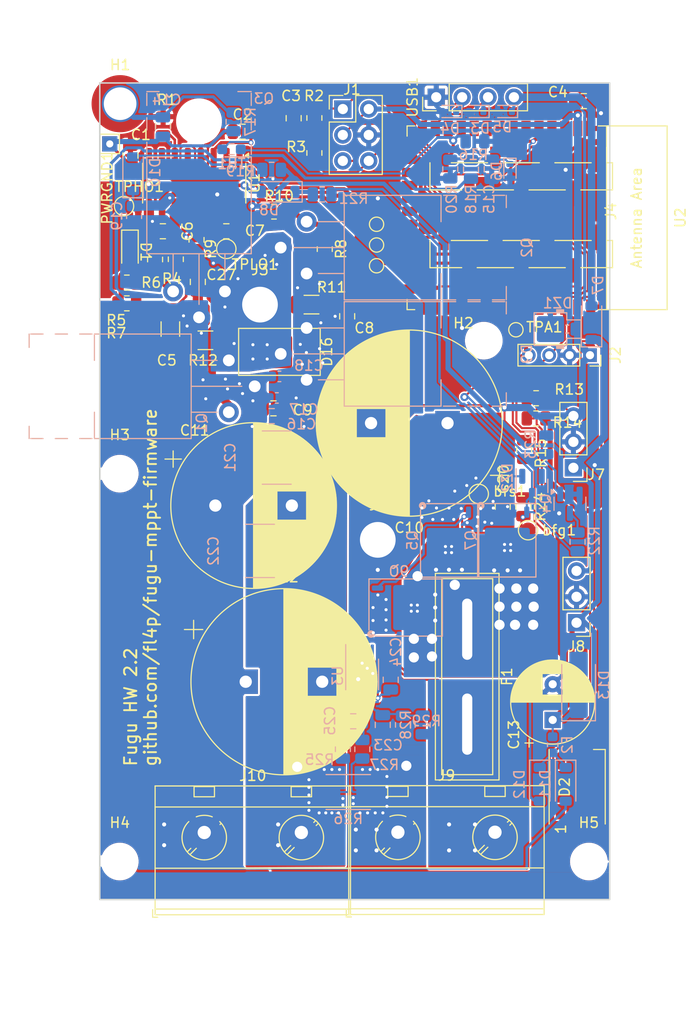
<source format=kicad_pcb>
(kicad_pcb (version 20241229) (generator "pcbnew") (generator_version "9.0")
  (title_block (comment 4 "AISLER Project ID: ETPZASDE"))
  (layers (0 "F.Cu" signal) (2 "B.Cu" signal) (13 "F.Paste" user) (15 "B.Paste" user) (5 "F.SilkS" user "F.Silkscreen") (7 "B.SilkS" user "B.Silkscreen") (1 "F.Mask" user) (3 "B.Mask" user) (25 "Edge.Cuts" user))
  (net 0 "")
  (net 1 "GND")
  (net 2 "BflowG")
  (net 3 "BflowS")
  (net 4 "Net-(U3-Vbus)")
  (net 5 "Solar+")
  (net 6 "HO")
  (net 7 "LO")
  (net 8 "Net-(Q3-G)")
  (net 9 "+3.3V")
  (net 10 "Net-(Q2-G)")
  (net 11 "Bat+")
  (net 12 "RX")
  (net 13 "TX")
  (net 14 "IO0")
  (net 15 "SW")
  (net 16 "BuckGND")
  (net 17 "ADC_Vin")
  (net 18 "EN")
  (net 19 "LED")
  (net 20 "+12V")
  (net 21 "BflowSD")
  (net 22 "NTC")
  (net 23 "SDA")
  (net 24 "SCL")
  (net 25 "ALERT")
  (net 26 "BT+")
  (net 27 "Net-(U3-Vin-)")
  (net 28 "Net-(U3-Vin+)")
  (net 29 "Net-(C5-Pad2)")
  (net 30 "Net-(C8-Pad1)")
  (net 31 "Net-(D13-K)")
  (net 32 "Net-(C14-Pad2)")
  (net 33 "SPICS")
  (net 34 "SPID")
  (net 35 "SPICLK")
  (net 36 "SPIQ")
  (net 37 "Net-(D10-K)")
  (net 38 "Vusb")
  (net 39 "USB_D-")
  (net 40 "USB_D+")
  (net 42 "Net-(D1-A)")
  (net 44 "Net-(D8-K)")
  (net 45 "Net-(D10-A)")
  (net 46 "Net-(D11-K)")
  (net 48 "Net-(Q1-G)")
  (net 49 "Net-(Q4-D)")
  (net 50 "INH")
  (net 51 "INL")
  (net 52 "SD")
  (net 53 "Net-(U1-DT)")
  (net 60 "Net-(U2-GPIO5{slash}TOUCH5{slash}ADC1_CH4)")
  (net 63 "Net-(U2-GPIO6{slash}TOUCH6{slash}ADC1_CH5)")
  (footprint "open-pe:SolderWire-1x01_D3.5mm" (layer "F.Cu") (at 56 75.75)
    (property "Reference" "J6")
    (property "Value" "Conn_L_out")
  )
  (footprint "TestPoint:TestPoint_Pad_D1.0mm" (layer "F.Cu") (at 69.5452 55.1688)
    (property "Reference" "TPA1")
    (property "Value" "~")
  )
  (footprint "open-pe:SolderWire-1x01_D3.5mm" (layer "F.Cu") (at 44.45 52.705)
    (property "Reference" "J3")
    (property "Value" "Conn_L_SW")
  )
  (footprint "Resistor_SMD:R_0805_2012Metric" (layer "F.Cu") (at 38.227 46.355 -90)
    (property "Reference" "R9")
    (property "Value" "7.5k")
  )
  (footprint "Resistor_SMD:R_1206_3216Metric" (layer "F.Cu") (at 39.1 56.2)
    (property "Reference" "R12")
    (property "Value" "7.5")
  )
  (footprint "Resistor_SMD:R_0805_2012Metric" (layer "F.Cu") (at 34.163 48.2835 -90)
    (property "Reference" "R6")
    (property "Value" "4.7")
  )
  (footprint "TestPoint:TestPoint_Pad_D1.0mm" (layer "F.Cu") (at 55.88 44.831)
    (property "Reference" "TPINL1" (hide yes))
    (property "Value" "~")
  )
  (footprint "Connector_PinSocket_2.00mm:PinSocket_1x04_P2.00mm_Vertical" (layer "F.Cu") (at 76.8096 57.658 -90)
    (property "Reference" "J2")
    (property "Value" "I2C Conn")
  )
  (footprint "Capacitor_THT:CP_Radial_D16.0mm_P7.50mm" (layer "F.Cu") (at 40.073646 72.391)
    (property "Reference" "C11")
    (property "Value" "470uF")
  )
  (footprint "Resistor_SMD:R_0805_2012Metric" (layer "F.Cu") (at 70.358 66.9036 90)
    (property "Reference" "R15")
    (property "Value" "10k")
  )
  (footprint "Capacitor_SMD:C_0805_2012Metric" (layer "F.Cu") (at 38.354 50.48 90)
    (property "Reference" "C27")
    (property "Value" "1uF, 100V, X7S")
  )
  (footprint "Resistor_SMD:R_0805_2012Metric" (layer "F.Cu") (at 36.195 48.26 -90)
    (property "Reference" "R4")
    (property "Value" "4.7")
  )
  (footprint "Resistor_SMD:R_0805_2012Metric" (layer "F.Cu") (at 34.9504 35.2044 90)
    (property "Reference" "R1")
    (property "Value" "20k")
  )
  (footprint "Capacitor_THT:CP_Radial_D8.0mm_P3.50mm" (layer "F.Cu") (at 73.152 93.394651 90)
    (property "Reference" "C13")
    (property "Value" "47uF, 100V")
  )
  (footprint "Capacitor_SMD:C_0805_2012Metric_Pad1.18x1.45mm_HandSolder" (layer "F.Cu") (at 53 53.848 -90)
    (property "Reference" "C8")
    (property "Value" "2.2nF, 200V, X7S")
  )
  (footprint "Capacitor_SMD:C_0805_2012Metric" (layer "F.Cu") (at 34.925 45.5168)
    (property "Reference" "C6")
    (property "Value" "100nF, X7R, 25V")
  )
  (footprint "TestPoint:TestPoint_Pad_D1.0mm" (layer "F.Cu") (at 55.88 46.863)
    (property "Reference" "TPINH1" (hide yes))
    (property "Value" "~")
  )
  (footprint "Connector_PinHeader_2.54mm:PinHeader_1x03_P2.54mm_Vertical" (layer "F.Cu") (at 75.4888 83.8708 180)
    (property "Reference" "J8")
    (property "Value" "12V PSU")
  )
  (footprint "Connector_PinHeader_2.54mm:PinHeader_1x04_P2.54mm_Vertical" (layer "F.Cu") (at 61.732 32.385 90)
    (property "Reference" "USB1")
    (property "Value" "USBConn_01x04_Pin")
  )
  (footprint "Diode_SMD:D_MicroSMP_AK" (layer "F.Cu") (at 31.6992 47.5448 -90)
    (property "Reference" "D1")
    (property "Value" "MSS1P4-M3/89A")
  )
  (footprint "Capacitor_SMD:C_0805_2012Metric" (layer "F.Cu") (at 41.148 45.5168)
    (property "Reference" "C7")
    (property "Value" "100nF, X7R, 25V")
  )
  (footprint "LED_SMD:LED_WS2812B_PLCC4_5.0x5.0mm_P3.2mm" (layer "F.Cu") (at 75.555 99.939 90)
    (property "Reference" "D2")
    (property "Value" "WS2812B")
  )
  (footprint "Resistor_SMD:R_0805_2012Metric" (layer "F.Cu") (at 50.8 47.2675 90)
    (property "Reference" "R8")
    (property "Value" "7.5k")
  )
  (footprint "TestPoint:TestPoint_Pad_D1.5mm" (layer "F.Cu") (at 70.739 74.803)
    (property "Reference" "bfg1")
    (property "Value" "~")
  )
  (footprint "Resistor_SMD:R_0805_2012Metric" (layer "F.Cu") (at 70.275 72.5125 -90)
    (property "Reference" "R24")
    (property "Value" "1M")
  )
  (footprint "TestPoint:TestPoint_Pad_D1.0mm" (layer "F.Cu") (at 55.88 48.895)
    (property "Reference" "TPSD1" (hide yes))
    (property "Value" "~")
  )
  (footprint "Capacitor_THT:CP_Radial_D18.0mm_P7.50mm" (layer "F.Cu") (at 43.05 89.65)
    (property "Reference" "C12")
    (property "Value" "470uF")
  )
  (footprint "open-pe:Fuse_Blade_ATO_directSolderThin" (layer "F.Cu") (at 64.77 84.504 -90)
    (property "Reference" "F1")
    (property "Value" "Fuse")
  )
  (footprint "Connector_PinHeader_2.54mm:PinHeader_1x03_P2.54mm_Vertical" (layer "F.Cu") (at 75.184 68.692 180)
    (property "Reference" "J7")
    (property "Value" "3.3V PSU")
  )
  (footprint "Resistor_SMD:R_0805_2012Metric" (layer "F.Cu") (at 49.784 37.846 -90)
    (property "Reference" "R3")
    (property "Value" "10k")
  )
  (footprint "MountingHole:MountingHole_3.2mm_M3_DIN965_Pad_TopOnly" (layer "F.Cu") (at 30.734 33.02)
    (property "Reference" "H1")
    (property "Value" "MountingHole")
  )
  (footprint "MountingHole:MountingHole_3.2mm_M3_DIN965" (layer "F.Cu") (at 66.3956 56.2356)
    (property "Reference" "H2")
    (property "Value" "MountingHole")
  )
  (footprint "Resistor_SMD:R_0805_2012Metric" (layer "F.Cu") (at 71.5264 63.8556)
    (property "Reference" "R14")
    (property "Value" "10k")
  )
  (footprint "Resistor_SMD:R_1206_3216Metric" (layer "F.Cu") (at 49.5 52.705)
    (property "Reference" "R11")
    (property "Value" "7.5")
  )
  (footprint "Capacitor_SMD:C_1206_3216Metric" (layer "F.Cu") (at 35.6616 55.1 -90)
    (property "Reference" "C5")
    (property "Value" "2.2nF, 200V, X7S")
  )
  (footprint "Capacitor_SMD:C_0805_2012Metric" (layer "F.Cu") (at 47.752 34.4424 90)
    (property "Reference" "C3")
    (property "Value" "470nF, 25V")
  )
  (footprint "open-pe:TO-277B_ThermalVias" (layer "F.Cu") (at 46.3558 57.3333 -90)
    (property "Reference" "D16")
    (property "Value" "ST15100S" (hide yes))
  )
  (footprint "Capacitor_SMD:C_0805_2012Metric" (layer "F.Cu") (at 31.75 38.1 90)
    (property "Reference" "C1")
    (property "Value" "100nF, 25V")
  )
  (footprint "Capacitor_SMD:C_0805_2012Metric" (layer "F.Cu") (at 45.7708 62.865)
    (property "Reference" "C9")
    (property "Value" "1uF, 100V, X7S")
  )
  (footprint "Capacitor_SMD:C_0805_2012Metric" (layer "F.Cu") (at 68.25 72.5 90)
    (property "Reference" "C20")
    (property "Value" "10nF, 50V")
  )
  (footprint "Capacitor_SMD:C_0805_2012Metric" (layer "F.Cu") (at 76.2 32.766 180)
    (property "Reference" "C4")
    (property "Value" "100nF, 25V")
  )
  (footprint "Capacitor_THT:CP_Radial_D18.0mm_P7.50mm" (layer "F.Cu") (at 62.8396 64.3128 180)
    (property "Reference" "C10")
    (property "Value" "470uF")
  )
  (footprint "TestPoint:TestPoint_THTPad_1.5x1.5mm_Drill0.7mm" (layer "F.Cu") (at 29.718 36.957)
    (property "Reference" "PWRGND1")
    (property "Value" "~")
  )
  (footprint "Connector_PinHeader_2.54mm:PinHeader_2x03_P2.54mm_Vertical" (layer "F.Cu") (at 52.573 33.543)
    (property "Reference" "J1")
    (property "Value" "Conn_02x03_ESP_PROG")
  )
  (footprint "Package_SO:SOIC-16_3.9x9.9mm_P1.27mm" (layer "F.Cu") (at 38 40.8 -90)
    (property "Reference" "U1")
    (property "Value" "UCC21330BQDRQ1")
  )
  (footprint "TerminalBlock_MetzConnect:TerminalBlock_MetzConnect_Type703_RT10N02HGLU_1x02_P9.52mm_Horizontal" (layer "F.Cu") (at 57.974 104.394)
    (property "Reference" "J9")
    (property "Value" "BAT")
  )
  (footprint "TestPoint:TestPoint_Pad_D1.5mm" (layer "F.Cu") (at 65.9 71.25)
    (property "Reference" "bfs1")
    (property "Value" "~")
  )
  (footprint "Resistor_SMD:R_0805_2012Metric" (layer "F.Cu") (at 45.8216 43.5864)
    (property "Reference" "R10")
    (property "Value" "4.7")
  )
  (footprint "MountingHole:MountingHole_3.2mm_M3_DIN965" (layer "F.Cu") (at 30.7 107.267)
    (property "Reference" "H4")
    (property "Value" "MountingHole")
  )
  (footprint "Resistor_SMD:R_0805_2012Metric" (layer "F.Cu") (at 49.784 34.417 90)
    (property "Reference" "R2")
    (property "Value" "10k")
  )
  (footprint "Capacitor_SMD:C_0805_2012Metric" (layer "F.Cu") (at 42.738 35.7632)
    (property "Reference" "C2")
    (property "Value" "100nF, 25V")
  )
  (footprint "MountingHole:MountingHole_3.2mm_M3_DIN965" (layer "F.Cu") (at 76.7 107.267)
    (property "Reference" "H5")
    (property "Value" "MountingHole")
  )
  (footprint "TestPoint:TestPoint_Pad_D1.5mm" (layer "F.Cu") (at 41.148 47.244)
    (property "Reference" "TPLO1")
    (property "Value" "TP_PWM_LO")
  )
  (footprint "TestPoint:TestPoint_Pad_D1.5mm" (layer "F.Cu") (at 31.115 43.053)
    (property "Reference" "TPHO1")
    (property "Value" "~")
  )
  (footprint "open-pe:ESP32-S3-WROOM-1-noPIN15" (layer "F.Cu") (at 68.624 44.196 -90)
    (property "Reference" "U2")
    (property "Value" "ESP32-S3-WROOM-1")
  )
  (footprint "Resistor_SMD:R_0805_2012Metric" (layer "F.Cu") (at 31.3925 50.546 180)
    (property "Reference" "R5")
    (property "Value" "0")
  )
  (footprint "open-pe:PinHeader_2x07_P2.54mm_Vertical_SMD_Pin1Left" (layer "F.Cu") (at 70.1 40.136 -90)
    (property "Reference" "J4")
    (property "Value" "MCU head")
  )
  (footprint "Resistor_SMD:R_0805_2012Metric" (layer "F.Cu") (at 31.3925 52.578 180)
    (property "Reference" "R7")
    (property "Value" "0")
  )
  (footprint "Resistor_SMD:R_0805_2012Metric" (layer "F.Cu") (at 71.5264 61.8744)
    (property "Reference" "R13")
    (property "Value" "10k")
  )
  (footprint "TerminalBlock_MetzConnect:TerminalBlock_MetzConnect_Type703_RT10N02HGLU_1x02_P9.52mm_Horizontal" (layer "F.Cu") (at 38.985 104.422)
    (property "Reference" "J10")
    (property "Value" "SOLAR")
  )
  (footprint "MountingHole:MountingHole_3.2mm_M3_DIN965" (layer "F.Cu") (at 30.7 69.267)
    (property "Reference" "H3")
    (property "Value" "MountingHole")
  )
  (footprint "Resistor_SMD:R_0805_2012Metric" (layer "B.Cu") (at 54.483 96.266 -90)
    (property "Reference" "R27")
    (property "Value" "22")
  )
  (footprint "Diode_SMD:D_SOD-123" (layer "B.Cu") (at 71.882 99.696 -90)
    (property "Reference" "D12")
    (property "Value" "SS310")
  )
  (footprint "open-pe:TO-220-3_Horizontal_BottomHeatsink_SmallHole" (layer "B.Cu") (at 41.393 63.246 90)
    (property "Reference" "Q1")
    (property "Value" "IPP055N08NF2SAKMA1")
  )
  (footprint "Capacitor_SMD:C_0805_2012Metric" (layer "B.Cu") (at 57.268 89.4635 90)
    (property "Reference" "C24")
    (property "Value" "100nF, 25V")
  )
  (footprint "Diode_SMD:D_SMA" (layer "B.Cu") (at 75.692 89.964 90)
    (property "Reference" "D13")
    (property "Value" "SMAJ85A")
  )
  (footprint "Diode_SMD:D_SOD-523" (layer "B.Cu") (at 68.453 33.782 180)
    (property "Reference" "D5")
    (property "Value" "LESD5D5.0CT1G")
  )
  (footprint "Capacitor_SMD:C_0805_2012Metric" (layer "B.Cu") (at 67.174 39.447 -90)
    (property "Reference" "C15")
    (property "Value" "100nF, 25V")
  )
  (footprint "Diode_SMD:D_SOD-123" (layer "B.Cu") (at 74.422 99.696 -90)
    (property "Reference" "D11")
    (property "Value" "SS310")
  )
  (footprint "open-pe:TO-220-3_Horizontal_BottomHeatsink_NoHole" (layer "B.Cu") (at 49.022 54.991 -90)
    (property "Reference" "D9")
    (property "Value" "ST40100C")
  )
  (footprint "Resistor_SMD:R_0805_2012Metric" (layer "B.Cu") (at 41.8592 34.798 90)
    (property "Reference" "R17")
    (property "Value" "1M")
  )
  (footprint "open-pe:Infineon_PG-TDSON-8_FL" (layer "B.Cu") (at 58.7352 82.3816)
    (property "Reference" "Q6")
    (property "Value" "TPH1R306PL,L1Q" (hide yes))
  )
  (footprint "open-pe:Infineon_PG-TDSON-8_FL" (layer "B.Cu") (at 68.707 75.7936 -90)
    (property "Reference" "Q7")
    (property "Value" "TPH1R306PL,L1Q" (hide yes))
  )
  (footprint "Resistor_SMD:R_0805_2012Metric" (layer "B.Cu") (at 58.4708 93.8784 90)
    (property "Reference" "R29")
    (property "Value" "47k, 1%")
  )
  (footprint "Resistor_SMD:R_0805_2012Metric" (layer "B.Cu") (at 72.517 66.4445 90)
    (property "Reference" "R23")
    (property "Value" "10k")
  )
  (footprint "Capacitor_SMD:C_0603_1608Metric" (layer "B.Cu") (at 46.101 61.849)
    (property "Reference" "C17")
    (property "Value" "220nF, 100V, X7S")
  )
  (footprint "Diode_SMD:D_SOD-123" (layer "B.Cu") (at 76.962 54.483 90)
    (property "Reference" "D7")
    (property "Value" "SS310")
  )
  (footprint "Diode_SMD:D_SOD-523" (layer "B.Cu") (at 65.659 33.782 180)
    (property "Reference" "D3")
    (property "Value" "LESD5D5.0CT1G")
  )
  (footprint "Diode_SMD:D_SOD-123" (layer "B.Cu") (at 32.004 39.878 90)
    (property "Reference" "D10")
    (property "Value" "SS310")
  )
  (footprint "Resistor_SMD:R_0805_2012Metric" (layer "B.Cu") (at 65.532 36.703 180)
    (property "Reference" "R16")
    (property "Value" "10k")
  )
  (footprint "Capacitor_SMD:C_0805_2012Metric" (layer "B.Cu") (at 32.1056 44.008 -90)
    (property "Reference" "C19")
    (property "Value" "10uF, 16V")
  )
  (footprint "Package_SO:VSSOP-10_3x3mm_P0.5mm" (layer "B.Cu") (at 54.4656 88.9352 -90)
    (property "Reference" "U3")
    (property "Value" "INA226")
  )
  (footprint "Fuse:Fuse_0603_1608Metric" (layer "B.Cu") (at 73.152 95.8315 90)
    (property "Reference" "F2")
    (property "Value" "500mA fast, 50A")
  )
  (footprint "Resistor_SMD:R_0805_2012Metric" (layer "B.Cu") (at 60.4012 93.8784 -90)
    (property "Reference" "R28")
    (property "Value" "47k, 1%")
  )
  (footprint "Diode_SMD:D_SOD-123" (layer "B.Cu") (at 46.228 41.656 180)
    (property "Reference" "D8")
    (property "Value" "1N4148W-7-F")
  )
  (footprint "Capacitor_SMD:C_2220_5650Metric" (layer "B.Cu") (at 46.092 67.691)
    (property "Reference" "C21")
    (property "Value" "10uF, 100V, X7S")
  )
  (footprint "Capacitor_SMD:C_0805_2012Metric" (layer "B.Cu") (at 53.594 93.5256)
    (property "Reference" "C25")
    (property "Value" "470nF, 25V")
  )
  (footprint "Resistor_SMD:R_0805_2012Metric" (layer "B.Cu") (at 75.5904 75.9479 -90)
    (property "Reference" "R22")
    (property "Value" "47k")
  )
  (footprint "Resistor_SMD:R_0805_2012Metric" (layer "B.Cu") (at 50.546 41.91 180)
    (property "Reference" "R21")
    (property "Value" "200k")
  )
  (footprint "Diode_SMD:D_SOD-523" (layer "B.Cu") (at 68.961 39.621 -90)
    (property "Reference" "D6")
    (property "Value" "LESD5D5.0CT1G")
  )
  (footprint "Resistor_SMD:R_0603_1608Metric_Pad0.98x0.95mm_HandSolder" (layer "B.Cu") (at 41.656 37.4904)
    (property "Reference" "TH1")
    (property "Value" "NCP18XH103F03RB")
  )
  (footprint "open-pe:Infineon_PG-TDSON-8_FL" (layer "B.Cu") (at 62.992 75.804 -90)
    (property "Reference" "Q5")
    (property "Value" "TPH1R306PL,L1Q" (hide yes))
  )
  (footprint "open-pe:TO-220-3_Horizontal_BottomHeatsink_SmallHole" (layer "B.Cu") (at 35.932 51.4106)
    (property "Reference" "Q3")
    (property "Value" "IPP055N08NF2SAKMA1")
  )
  (footprint "Diode_SMD:D_SOD-523" (layer "B.Cu") (at 62.992 33.782 180)
    (property "Reference" "D4")
    (property "Value" "LESD5D5.0CT1G")
  )
  (footprint "Package_TO_SOT_SMD:SOT-23" (layer "B.Cu") (at 74.8436 72.2099 -90)
    (property "Reference" "Q4")
    (property "Value" "BSS123")
  )
  (footprint "PCM_Diode_SMD_AKL:D_Powermite_KA" (layer "B.Cu") (at 73.6323 55.1028 180)
    (property "Reference" "DZ1")
    (property "Value" "SM2T3V3A" (hide yes))
  )
  (footprint "Resistor_SMD:R_0805_2012Metric" (layer "B.Cu") (at 63.11 39.4235 90)
    (property "Reference" "R20")
    (property "Value" "7.5k")
  )
  (footprint "Capacitor_SMD:C_0805_2012Metric" (layer "B.Cu") (at 56.4896 93.8784 -90)
    (property "Reference" "C23")
    (property "Value" "10nF, 50V")
  )
  (footprint "Capacitor_SMD:C_0805_2012Metric" (layer "B.Cu") (at 34.925 35.306 90)
    (property "Reference" "C14")
    (property "Value" "100nF, 100V")
  )
  (footprint "Resistor_SMD:R_0805_2012Metric" (layer "B.Cu") (at 52.578 96.266 -90)
    (property "Reference" "R25")
    (property "Value" "22")
  )
  (footprint "open-pe:R_2512_6332Metric_Pad2.72x3.40mm_HandSolder" (layer "B.Cu") (at 53.105 100.457)
    (property "Reference" "R26")
    (property "Value" "0.0005")
  )
  (footprint "Resistor_SMD:R_0805_2012Metric" (layer "B.Cu") (at 65.142 39.447 -90)
    (property "Reference" "R18")
    (property "Value" "200k")
  )
  (footprint "Capacitor_SMD:C_0805_2012Metric" (layer "B.Cu") (at 45.593 63.627)
    (property "Reference" "C16")
    (property "Value" "1uF, 100V, X7S")
  )
  (footprint "Package_TO_SOT_SMD:SOT-23" (layer "B.Cu") (at 71.12 70.4596 -90)
    (property "Reference" "DZ2")
    (property "Value" "BZX84-C15")
  )
  (footprint "Capacitor_SMD:C_2220_5650Metric" (layer "B.Cu") (at 44.45 76.835)
    (property "Reference" "C22")
    (property "Value" "10uF, 100V, X7S")
  )
  (footprint "open-pe:TO-220-3_Horizontal_BottomHeatsink_NoHole" (layer "B.Cu") (at 49.022 44.577 -90)
    (property "Reference" "Q2")
    (property "Value" "FDPF2D3N10C")
  )
  (footprint "Resistor_SMD:R_0805_2012Metric" (layer "B.Cu") (at 45.593 39.497)
    (property "Reference" "R19")
    (property "Value" "20")
  )
  (footprint "Capacitor_SMD:C_0603_1608Metric" (layer "B.Cu") (at 46.355 59.7408)
    (property "Reference" "C18")
    (property "Value" "220nF, 100V, X7S")
  )
  (gr_rect (start 28.74 30.988) (end 78.74 110.988) (stroke (width 0.15)) (fill no) (layer "Edge.Cuts"))
  (gr_text "Fugu HW 2.2 \ngithub.com/fl4p/fugu-mppt-firmware" (at 34.408 98.045 90) (layer "F.SilkS") (effects (font (size 1.2 1.2) (thickness 0.1875)) (justify left bottom)))
  (segment (start 39.463848 37.1506) (end 38.7954 37.1506) (width 0.3) (layer "F.Cu") (net 1))
  (segment (start 38.635 38.325) (end 38.635 37.311) (width 0.3) (layer "F.Cu") (net 1))
  (segment (start 41.534 35.7632) (end 41.070404 35.7632) (width 0.3) (layer "F.Cu") (net 1))
  (segment (start 41.070404 35.7632) (end 40.003604 36.83) (width 0.3) (layer "F.Cu") (net 1))
  (segment (start 39.784448 36.83) (end 39.463848 37.1506) (width 0.3) (layer "F.Cu") (net 1))
  (segment (start 40.003604 36.83) (end 39.784448 36.83) (width 0.3) (layer "F.Cu") (net 1))
  (segment (start 76.884 35.446) (end 76.884 32.524) (width 0.75) (layer "F.Cu") (net 1))
  (segment (start 38.7954 37.1506) (end 38.635 37.311) (width 0.3) (layer "F.Cu") (net 1))
  (segment (start 76.888 34.4875) (end 76.888 35.442) (width 0.75) (layer "F.Cu") (net 1))
  (via (at 56 98.25) (size 0.5) (drill 0.3) (layers "F.Cu" "B.Cu") (net 1))
  (via (at 56.896 98.933) (size 0.5) (drill 0.3) (layers "F.Cu" "B.Cu") (net 1))
  (via (at 55.75 102.5) (size 0.5) (drill 0.3) (layers "F.Cu" "B.Cu") (net 1))
  (via (at 56.896 100.965) (size 0.5) (drill 0.3) (layers "F.Cu" "B.Cu") (net 1))
  (via (at 55.88 106.172) (size 0.8) (drill 0.4) (layers "F.Cu" "B.Cu") (net 1))
  (via (at 55.88 104.14) (size 0.8) (drill 0.4) (layers "F.Cu" "B.Cu") (net 1))
  (via (at 73.787 73.152) (size 0.8) (drill 0.4) (layers "F.Cu" "B.Cu") (net 1))
  (via (at 53.594 101.6) (size 0.5) (drill 0.3) (layers "F.Cu" "B.Cu") (net 1))
  (via (at 55 102.5) (size 0.5) (drill 0.3) (layers "F.Cu" "B.Cu") (net 1))
  (via (at 53.848 106.172) (size 0.8) (drill 0.4) (layers "F.Cu" "B.Cu") (net 1))
  (via (at 64.262 54.991) (size 0.8) (drill 0.4) (layers "F.Cu" "B.Cu") (net 1))
  (via (at 74.422 39.497) (size 0.8) (drill 0.4) (layers "F.Cu" "B.Cu") (net 1))
  (via (at 56.007 42.291) (size 0.8) (drill 0.4) (layers "F.Cu" "B.Cu") (net 1))
  (via (at 54.5 98.25) (size 0.5) (drill 0.3) (layers "F.Cu" "B.Cu") (net 1))
  (via (at 53.594 101) (size 0.5) (drill 0.3) (layers "F.Cu" "B.Cu") (net 1))
  (via (at 54.076599 89.401324) (size 0.8) (drill 0.4) (layers "F.Cu" "B.Cu") (net 1))
  (via (at 54.25 102.5) (size 0.5) (drill 0.3) (layers "F.Cu" "B.Cu") (net 1))
  (via (at 55.25 98.25) (size 0.5) (drill 0.3) (layers "F.Cu" "B.Cu") (net 1))
  (via (at 77.275 68.4276) (size 0.8) (drill 0.4) (layers "F.Cu" "B.Cu") (net 1))
  (via (at 56.896 99.949) (size 0.5) (drill 0.3) (layers "F.Cu" "B.Cu") (net 1))
  (via (at 58.8 97.885) (size 1.7) (drill 1) (layers "F.Cu" "B.Cu") (net 1))
  (via (at 53.848 104.14) (size 0.8) (drill 0.4) (layers "F.Cu" "B.Cu") (net 1))
  (via (at 56.5 102.5) (size 0.5) (drill 0.3) (layers "F.Cu" "B.Cu") (net 1))
  (via (at 56.896 101.854) (size 0.5) (drill 0.3) (layers "F.Cu" "B.Cu") (net 1))
  (via (at 77.887 33.947511) (size 0.8) (drill 0.4) (layers "F.Cu" "B.Cu") (net 1))
  (via (at 45.72 40.386) (size 0.5) (drill 0.3) (layers "F.Cu" "B.Cu") (net 1))
  (segment (start 54.0305 97.2265) (end 54.483 97.2265) (width 0.2) (layer "B.Cu") (net 1))
  (segment (start 64.309 34.432) (end 62.942 34.432) (width 0.3) (layer "B.Cu") (net 1))
  (segment (start 66.09 39.497) (end 63.949 39.497) (width 0.3) (layer "B.Cu") (net 1))
  (segment (start 53.520034 97.663) (end 53.594 97.663) (width 0.2) (layer "B.Cu") (net 1))
  (segment (start 66.99 40.397) (end 66.09 39.497) (width 0.3) (layer "B.Cu") (net 1))
  (segment (start 63.949 39.497) (end 63.11 40.336) (width 0.3) (layer "B.Cu") (net 1))
  (segment (start 61.732 32.258) (end 61.732 33.222) (width 0.4) (layer "B.Cu") (net 1))
  (segment (start 60.198 97.536) (end 60.198 96.266) (width 0.2) (layer "B.Cu") (net 1))
  (segment (start 53.585 100.457) (end 53.436 100.308) (width 0.2) (layer "B.Cu") (net 1))
  (segment (start 68.403 34.432) (end 68.834 34.432) (width 0.3) (layer "B.Cu") (net 1))
  (segment (start 62.942 34.432) (end 62.292 33.782) (width 0.3) (layer "B.Cu") (net 1))
  (segment (start 61.732 33.222) (end 62.292 33.782) (width 0.4) (layer "B.Cu") (net 1))
  (segment (start 53.594 97.663) (end 54.0305 97.2265) (width 0.2) (layer "B.Cu") (net 1))
  (segment (start 67.033 34.502) (end 65.679 34.502) (width 0.3) (layer "B.Cu") (net 1))
  (segment (start 53.436 97.747034) (end 53.520034 97.663) (width 0.2) (layer "B.Cu") (net 1))
  (segment (start 56.2935 100.457) (end 53.585 100.457) (width 0.2) (layer "B.Cu") (net 1))
  (segment (start 68.961 40.321) (end 67.25 40.321) (width 0.2) (layer "B.Cu") (net 1))
  (segment (start 65.679 34.502) (end 64.959 33.782) (width 0.3) (layer "B.Cu") (net 1))
  (segment (start 67.753 33.782) (end 67.033 34.502) (width 0.3) (layer "B.Cu") (net 1))
  (segment (start 67.753 33.782) (end 68.403 34.432) (width 0.3) (layer "B.Cu") (net 1))
  (segment (start 64.959 33.782) (end 64.309 34.432) (width 0.3) (layer "B.Cu") (net 1))
  (segment (start 53.436 100.308) (end 53.436 97.747034) (width 0.2) (layer "B.Cu") (net 1))
  (segment (start 69.342 75.057) (end 70.088 74.311) (width 0.2) (layer "F.Cu") (net 2))
  (segment (start 64.643 75.057) (end 69.342 75.057) (width 0.2) (layer "F.Cu") (net 2))
  (segment (start 64.27 74.684) (end 64.643 75.057) (width 0.2) (layer "F.Cu") (net 2))
  (segment (start 70.2375 73.2125) (end 70.275 73.175) (width 0.2) (layer "F.Cu") (net 2))
  (segment (start 70.088 73.676) (end 70.231 73.533) (width 0.2) (layer "F.Cu") (net 2))
  (segment (start 70.088 74.311) (end 70.088 73.676) (width 0.2) (layer "F.Cu") (net 2))
  (segment (start 64.462 73.479) (end 64.27 73.671) (width 0.2) (layer "F.Cu") (net 2))
  (segment (start 68.243 73.2125) (end 70.2375 73.2125) (width 0.2) (layer "F.Cu") (net 2))
  (segment (start 64.27 73.671) (end 64.27 74.684) (width 0.2) (layer "F.Cu") (net 2))
  (via (at 64.462 73.479) (size 0.5) (drill 0.3) (layers "F.Cu" "B.Cu") (net 2))
  (via (at 70.231 73.533) (size 0.5) (drill 0.3) (layers "F.Cu" "B.Cu") (net 2))
  (segment (start 62.052 60.263395) (end 64.220863 62.432258) (width 0.25) (layer "B.Cu") (net 2))
  (segment (start 55.9752 80.4766) (end 56.5942 79.8576) (width 0.25) (layer "B.Cu") (net 2))
  (segment (start 62.052 46.975752) (end 56.478248 41.402) (width 0.25) (layer "B.Cu") (net 2))
  (segment (start 57.7596 79.8576) (end 60.494009 77.123191) (width 0.25) (layer "B.Cu") (net 2))
  (segment (start 75.0824 76.8604) (end 71.2556 73.0336) (width 0.2) (layer "B.Cu") (net 2))
  (segment (start 62.052 50.759) (end 62.052 56.215588) (width 0.3) (layer "B.Cu") (net 2))
  (segment (start 63.616 74.325) (end 64.897 73.044) (width 0.2) (layer "B.Cu") (net 2))
  (segment (start 64.462 73.479) (end 64.897 73.044) (width 0.2) (layer "B.Cu") (net 2))
  (segment (start 60.79161 74.325) (end 63.616 74.325) (width 0.2) (layer "B.Cu") (net 2))
  (segment (start 71.12 69.088) (end 71.12 71.3971) (width 0.2) (layer "B.Cu") (net 2))
  (segment (start 69.56753 67.53553) (end 71.12 69.088) (width 0.2) (layer "B.Cu") (net 2))
  (segment (start 70.612 71.9051) (end 71.12 71.3971) (width 0.2) (layer "B.Cu") (net 2))
  (segment (start 62.052 50.759) (end 62.052 46.975752) (width 0.25) (layer "B.Cu") (net 2))
  (segment (start 60.494009 77.123191) (end 60.494009 74.622601) (width 0.25) (layer "B.Cu") (net 2))
  (segment (start 71.2556 73.0336) (end 70.612 73.0336) (width 0.2) (layer "B.Cu") (net 2))
  (segment (start 60.494009 74.622601) (end 60.79161 74.325) (width 0.2) (layer "B.Cu") (net 2))
  (segment (start 64.464258 62.432258) (end 69.56753 67.53553) (width 0.25) (layer "B.Cu") (net 2))
  (segment (start 75.5904 76.8604) (end 75.0824 76.8604) (width 0.2) (layer "B.Cu") (net 2))
  (segment (start 70.612 73.0336) (end 70.612 71.9051) (width 0.2) (layer "B.Cu") (net 2))
  (segment (start 56.478248 41.402) (end 51.3315 41.402) (width 0.25) (layer "B.Cu") (net 2))
  (segment (start 56.5942 79.8576) (end 57.7596 79.8576) (width 0.25) (layer "B.Cu") (net 2))
  (segment (start 62.052 56.215588) (end 62.052 60.263395) (width 0.25) (layer "B.Cu") (net 2))
  (segment (start 64.897 73.044) (end 64.897 72.6675) (width 0.25) (layer "B.Cu") (net 2))
  (segment (start 64.220863 62.432258) (end 64.464258 62.432258) (width 0.25) (layer "B.Cu") (net 2))
  (segment (start 70.358 71.294) (end 68.3635 71.294) (width 0.2) (layer "F.Cu") (net 3))
  (segment (start 68.3635 71.294) (end 68.326 71.3315) (width 0.2) (layer "F.Cu") (net 3))
  (segment (start 70.3205 71.3315) (end 70.358 71.294) (width 0.2) (layer "F.Cu") (net 3))
  (via (at 56.8112 81.5966) (size 0.5) (drill 0.3) (layers "F.Cu" "B.Cu") (net 3))
  (via (at 55.5348 82.3846) (size 0.5) (drill 0.3) (layers "F.Cu" "B.Cu") (net 3))
  (via (at 55.5612 84.8466) (size 0.5) (drill 0.3) (layers "F.Cu" "B.Cu") (net 3))
  (via (at 64.77 74.0664) (size 0.5) (drill 0.3) (layers "F.Cu" "B.Cu") (net 3))
  (via (at 64.187 72.677) (size 0.5) (drill 0.3) (layers "F.Cu" "B.Cu") (net 3))
  (via (at 67.175 74.125) (size 0.5) (drill 0.3) (layers "F.Cu" "B.Cu") (net 3))
  (via (at 64.725 70.425) (size 0.5) (drill 0.3) (layers "F.Cu" "B.Cu") (net 3))
  (via (at 61.4 73.75) (size 0.5) (drill 0.3) (layers "F.Cu" "B.Cu") (net 3))
  (via (at 55.998 78.693) (size 0.8) (drill 0.4) (layers "F.Cu" "B.Cu") (net 3))
  (via (at 65.625 69.7) (size 0.5) (drill 0.3) (layers "F.Cu" "B.Cu") (net 3))
  (via (at 66.0908 72.6948) (size 0.5) (drill 0.3) (layers "F.Cu" "B.Cu") (net 3))
  (via (at 56.8112 83.5966) (size 0.5) (drill 0.3) (layers "F.Cu" "B.Cu") (net 3))
  (via (at 65.786 73.5076) (size 0.5) (drill 0.3) (layers "F.Cu" "B.Cu") (net 3))
  (via (at 67.330894 72.633266) (size 0.5) (drill 0.3) (layers "F.Cu" "B.Cu") (net 3))
  (via (at 60.325 73.551) (size 0.5) (drill 0.3) (layers "F.Cu" "B.Cu") (net 3))
  (via (at 60.325 72.629) (size 0.5) (drill 0.3) (layers "F.Cu" "B.Cu") (net 3))
  (via (at 56.8112 84.5966) (size 0.5) (drill 0.3) (layers "F.Cu" "B.Cu") (net 3))
  (via (at 62.35 73.75) (size 0.5) (drill 0.3) (layers "F.Cu" "B.Cu") (net 3))
  (via (at 61.0108 71.9328) (size 0.5) (drill 0.3) (layers "F.Cu" "B.Cu") (net 3))
  (via (at 63.45 73.75) (size 0.5) (drill 0.3) (layers "F.Cu" "B.Cu") (net 3))
  (via (at 68.725 72.5) (size 0.5) (drill 0.3) (layers "F.Cu" "B.Cu") (net 3))
  (via (at 65.7352 74.422) (size 0.5) (drill 0.3) (layers "F.Cu" "B.Cu") (net 3))
  (via (at 56.8112 82.5966) (size 0.5) (drill 0.3) (layers "F.Cu" "B.Cu") (net 3))
  (via (at 61.756766 72.629) (size 0.5) (drill 0.3) (layers "F.Cu" "B.Cu") (net 3))
  (via (at 63.55 70.975) (size 0.5) (drill 0.3) (layers "F.Cu" "B.Cu") (net 3))
  (via (at 67.31 71.9836) (size 0.5) (drill 0.3) (layers "F.Cu" "B.Cu") (net 3))
  (via (at 56.007 81.153) (size 0.5) (drill 0.3) (layers "F.Cu" "B.Cu") (net 3))
  (via (at 62.983 72.629) (size 0.5) (drill 0.3) (layers "F.Cu" "B.Cu") (net 3))
  (via (at 66.4972 74.0156) (size 0.5) (drill 0.3) (layers "F.Cu" "B.Cu") (net 3))
  (via (at 55.5348 83.6546) (size 0.5) (drill 0.3) (layers "F.Cu" "B.Cu") (net 3))
  (segment (start 70.17 69.5221) (end 68.4401 69.5221) (width 0.2) (layer "B.Cu") (net 3))
  (segment (start 55.626 92.329) (end 54.972702 92.329) (width 0.2) (layer "B.Cu") (net 4))
  (segment (start 55.753 92.456) (end 56.0172 92.456) (width 0.2) (layer "B.Cu") (net 4))
  (segment (start 54.4656 91.821898) (end 54.4656 91.1352) (width 0.2) (layer "B.Cu") (net 4))
  (segment (start 56.0172 92.456) (end 56.4896 92.9284) (width 0.2) (layer "B.Cu") (net 4))
  (segment (start 54.972702 92.329) (end 54.4656 91.821898) (width 0.2) (layer "B.Cu") (net 4))
  (segment (start 55.626 92.329) (end 55.753 92.456) (width 0.2) (layer "B.Cu") (net 4))
  (segment (start 54.458 90.8225) (end 54.458 91.08512) (width 0.2) (layer "B.Cu") (net 4))
  (segment (start 60.4012 92.9659) (end 58.4708 92.9659) (width 0.2) (layer "B.Cu") (net 4))
  (segment (start 58.792 92.8135) (end 56.765 92.8135) (width 0.2) (layer "B.Cu") (net 4))
  (segment (start 38.354 53.8326) (end 38.472 53.9506) (width 0.5) (layer "F.Cu") (net 5))
  (segment (start 38.354 51.43) (end 38.354 53.8326) (width 1) (layer "F.Cu") (net 5))
  (via (at 37.3 54.8) (size 0.5) (drill 0.3) (layers "F.Cu" "B.Cu") (net 5))
  (via (at 38.862 60.071) (size 0.5) (drill 0.3) (layers "F.Cu" "B.Cu") (net 5))
  (via (at 41.0628 59.9986) (size 0.5) (drill 0.3) (layers "F.Cu" "B.Cu") (net 5))
  (via (at 43.7552 62.1294) (size 0.5) (drill 0.3) (layers "F.Cu" "B.Cu") (net 5))
  (via (at 42.4344 60.453) (size 0.5) (drill 0.3) (layers "F.Cu" "B.Cu") (net 5))
  (via (at 35.052 103.632) (size 0.8) (drill 0.4) (layers "F.Cu" "B.Cu") (net 5))
  (via (at 36.948 53.801) (size 0.5) (drill 0.3) (layers "F.Cu" "B.Cu") (net 5))
  (via (at 43.688 64.643) (size 0.5) (drill 0.3) (layers "F.Cu" "B.Cu") (net 5))
  (via (at 42.7392 61.4182) (size 0.5) (drill 0.3) (layers "F.Cu" "B.Cu") (net 5))
  (via (at 35.052 105.664) (size 0.8) (drill 0.4) (layers "F.Cu" "B.Cu") (net 5))
  (via (at 39.1324 61.929) (size 0.5) (drill 0.3) (layers "F.Cu" "B.Cu") (net 5))
  (via (at 38.7 55.5) (size 0.5) (drill 0.3) (layers "F.Cu" "B.Cu") (net 5))
  (via (at 41.266 60.9638) (size 0.5) (drill 0.3) (layers "F.Cu" "B.Cu") (net 5))
  (segment (start 74.422 101.266) (end 74.422 102.108) (width 0.25) (layer "B.Cu") (net 5))
  (segment (start 70.612 107.95) (end 42.672 107.95) (width 0.2) (layer "B.Cu") (net 5))
  (segment (start 70.612 105.918) (end 70.612 107.95) (width 0.25) (layer "B.Cu") (net 5))
  (segment (start 29.845 51.181) (end 29.845 38.863) (width 0.3) (layer "B.Cu") (net 5))
  (segment (start 58.598 40.31) (end 59.69 41.402) (width 0.3) (layer "B.Cu") (net 5))
  (segment (start 39.1238 37.6506) (end 39.9872 38.514) (width 0.3) (layer "B.Cu") (net 5))
  (segment (start 39.9872 38.514) (end 43.147 38.514) (width 0.3) (layer "B.Cu") (net 5))
  (segment (start 63.7685 41.402) (end 65.142 40.0285) (width 0.3) (layer "B.Cu") (net 5))
  (segment (start 38.472 53.9645) (end 32.6285 53.9645) (width 0.3) (layer "B.Cu") (net 5))
  (segment (start 46.676456 38.1) (end 48.886456 40.31) (width 0.3) (layer "B.Cu") (net 5))
  (segment (start 74.422 102.108) (end 70.612 105.918) (width 0.25) (layer "B.Cu") (net 5))
  (segment (start 29.845 38.863) (end 31.369 37.339) (width 0.3) (layer "B.Cu") (net 5))
  (segment (start 59.69 41.402) (end 63.7685 41.402) (width 0.3) (layer "B.Cu") (net 5))
  (segment (start 43.561 38.1) (end 46.676456 38.1) (width 0.3) (layer "B.Cu") (net 5))
  (segment (start 32.767 37.339) (end 33.0786 37.6506) (width 0.3) (layer "B.Cu") (net 5))
  (segment (start 43.147 38.514) (end 43.561 38.1) (width 0.3) (layer "B.Cu") (net 5))
  (segment (start 33.0786 37.6506) (end 39.1238 37.6506) (width 0.3) (layer "B.Cu") (net 5))
  (segment (start 31.369 37.339) (end 32.767 37.339) (width 0.3) (layer "B.Cu") (net 5))
  (segment (start 32.6285 53.9645) (end 29.845 51.181) (width 0.3) (layer "B.Cu") (net 5))
  (segment (start 48.886456 40.31) (end 58.598 40.31) (width 0.3) (layer "B.Cu") (net 5))
  (segment (start 31.75 43.815) (end 30.988 43.053) (width 0.5) (layer "F.Cu") (net 6))
  (segment (start 34.163 47.371) (end 36.1715 47.371) (width 0.35) (layer "F.Cu") (net 6))
  (segment (start 31.75 45.467) (end 31.75 43.815) (width 0.5) (layer "F.Cu") (net 6))
  (segment (start 35.941 41.021) (end 34.825 42.137) (width 0.35) (layer "F.Cu") (net 6))
  (segment (start 42.926 41.021) (end 35.941 41.021) (width 0.35) (layer "F.Cu") (net 6))
  (segment (start 34.825 42.137) (end 34.825 43.275) (width 0.35) (layer "F.Cu") (net 6))
  (segment (start 31.75 45.467) (end 33.8845 47.6015) (width 0.5) (layer "F.Cu") (net 6))
  (segment (start 34.7745 47.6015) (end 34.925 47.451) (width 0.5) (layer "F.Cu") (net 6))
  (segment (start 34.825 43.275) (end 34.925 43.375) (width 0.5) (layer "F.Cu") (net 6))
  (segment (start 34.925 43.375) (end 34.925 47.451) (width 0.5) (layer "F.Cu") (net 6))
  (via (at 42.926 41.021) (size 0.8) (drill 0.4) (layers "F.Cu" "B.Cu") (net 6))
  (segment (start 42.926 41.021) (end 43.561 41.656) (width 0.35) (layer "B.Cu") (net 6))
  (segment (start 43.561 41.656) (end 45.086 41.656) (width 0.35) (layer "B.Cu") (net 6))
  (segment (start 41.148 43.302) (end 41.148 47.117) (width 0.5) (layer "F.Cu") (net 7))
  (segment (start 42.644878 46.6918) (end 43.048 46.288678) (width 0.5) (layer "F.Cu") (net 7))
  (segment (start 41.5732 46.6918) (end 42.644878 46.6918) (width 0.5) (layer "F.Cu") (net 7))
  (segment (start 41.148 47.117) (end 41.5732 46.6918) (width 0.5) (layer "F.Cu") (net 7))
  (segment (start 43.048 45.4475) (end 44.9091 43.5864) (width 0.5) (layer "F.Cu") (net 7))
  (segment (start 43.048 46.288678) (end 43.048 45.4475) (width 0.5) (layer "F.Cu") (net 7))
  (segment (start 35.0674 50.546) (end 35.932 51.4106) (width 0.5) (layer "F.Cu") (net 8))
  (segment (start 32.6625 50.546) (end 35.0674 50.546) (width 0.5) (layer "F.Cu") (net 8))
  (segment (start 34.671 50.1505) (end 34.671 49.53) (width 0.75) (layer "F.Cu") (net 8))
  (segment (start 35.6545 51.134) (end 34.671 50.1505) (width 0.75) (layer "F.Cu") (net 8))
  (segment (start 49.911 34.77) (end 49.784 34.643) (width 0.2) (layer "F.Cu") (net 9))
  (segment (start 56.0056 91.2622) (end 56.0056 90.2956) (width 0.2) (layer "F.Cu") (net 9))
  (segment (start 68.4276 62.7888) (end 68.4276 64.085783) (width 0.2) (layer "F.Cu") (net 9))
  (segment (start 54.023 34.633) (end 55.113 33.543) (width 0.2) (layer "F.Cu") (net 9))
  (segment (start 52.832 88.348864) (end 52.95 88.466864) (width 0.3) (layer "F.Cu") (net 9))
  (segment (start 75.614 35.446) (end 75.614 36.9715) (width 0.3) (layer "F.Cu") (net 9))
  (segment (start 38.28 39.55) (end 39.698 39.55) (width 0.2) (layer "F.Cu") (net 9))
  (segment (start 38.085 39.355) (end 38.28 39.55) (width 0.2) (layer "F.Cu") (net 9))
  (segment (start 73.4464 61.8744) (end 72.4389 61.8744) (width 0.2) (layer "F.Cu") (net 9))
  (segment (start 68.2498 62.611) (end 60.139 62.611) (width 0.3) (layer "F.Cu") (net 9))
  (segment (start 43.561 35.8902) (end 43.561 36.83) (width 0.3) (layer "F.Cu") (net 9))
  (segment (start 43.688 35.7632) (end 44.9072 34.544) (width 0.2) (layer "F.Cu") (net 9))
  (segment (start 73.905 102.389) (end 73.205 101.689) (width 0.2) (layer "F.Cu") (net 9))
  (segment (start 52.832 69.918) (end 52.832 88.348864) (width 0.3) (layer "F.Cu") (net 9))
  (segment (start 75.184 63.612) (end 74.464 64.332) (width 0.5) (layer "F.Cu") (net 9))
  (segment (start 36.414842 39.55) (end 36.645 39.319842) (width 0.2) (layer "F.Cu") (net 9))
  (segment (start 49.685 34.544) (end 49.784 34.643) (width 0.2) (layer "F.Cu") (net 9))
  (segment (start 49.911 37.0605) (end 49.911 34.77) (width 0.2) (layer "F.Cu") (net 9))
  (segment (start 75.7363 72.8915) (end 76.7625 72.8915) (width 0.5) (layer "F.Cu") (net 9))
  (segment (start 75.184 63.612) (end 73.4464 61.8744) (width 0.2) (layer "F.Cu") (net 9))
  (segment (start 68.4276 64.085783) (end 70.332917 65.9911) (width 0.2) (layer "F.Cu") (net 9))
  (segment (start 70.332917 65.9911) (end 70.358 65.9911) (width 0.2) (layer "F.Cu") (net 9))
  (segment (start 33.805001 39.55) (end 36.414842 39.55) (width 0.2) (layer "F.Cu") (net 9))
  (segment (start 76.818 72.947) (end 76.7625 72.8915) (width 0.2) (layer "F.Cu") (net 9))
  (segment (start 75.614 35.446) (end 75.614 32.622) (width 0.75) (layer "F.Cu") (net 9))
  (segment (start 38.085 37.465) (end 38.085 39.355) (width 0.2) (layer "F.Cu") (net 9))
  (segment (start 73.205 101.689) (end 73.205 96.635446) (width 0.2) (layer "F.Cu") (net 9))
  (segment (start 73.912 38.6735) (end 72.607 38.6735) (width 0.3) (layer "F.Cu") (net 9))
  (segment (start 49.784 34.643) (end 53.518025 34.643) (width 0.2) (layer "F.Cu") (net 9))
  (segment (start 54.176864 88.466864) (end 52.95 88.466864) (width 0.2) (layer "F.Cu") (net 9))
  (segment (start 40.64 36.83) (end 39.878 37.592) (width 0.3) (layer "F.Cu") (net 9))
  (segment (start 76.818 93.022446) (end 76.818 72.947) (width 0.2) (layer "F.Cu") (net 9))
  (segment (start 74.464 64.332) (end 72.898 64.332) (width 0.5) (layer "F.Cu") (net 9))
  (segment (start 44.9072 34.544) (end 49.685 34.544) (width 0.2) (layer "F.Cu") (net 9))
  (segment (start 36.645 37.396) (end 36.941 37.1) (width 0.2) (layer "F.Cu") (net 9))
  (segment (start 39.698 39.55) (end 39.905 39.343) (width 0.2) (layer "F.Cu") (net 9))
  (segment (start 75.614 36.9715) (end 73.912 38.6735) (width 0.3) (layer "F.Cu") (net 9))
  (segment (start 36.645 39.319842) (end 36.645 37.396) (width 0.2) (layer "F.Cu") (net 9))
  (segment (start 33.555 39.299999) (end 33.805001 39.55) (width 0.2) (layer "F.Cu") (net 9))
  (segment (start 68.4276 62.7888) (end 68.2498 62.611) (width 0.3) (layer "F.Cu") (net 9))
  (segment (start 43.561 36.83) (end 40.64 36.83) (width 0.3) (layer "F.Cu") (net 9))
  (segment (start 39.905 39.343) (end 39.905 38.325) (width 0.2) (layer "F.Cu") (net 9))
  (segment (start 60.139 62.611) (end 52.832 69.918) (width 0.3) (layer "F.Cu") (net 9))
  (segment (start 72.898 70.0532) (end 75.7363 72.8915) (width 0.5) (layer "F.Cu") (net 9))
  (segment (start 53.528025 34.633) (end 54.023 34.633) (width 0.2) (layer "F.Cu") (net 9))
  (segment (start 37.72 37.1) (end 38.085 37.465) (width 0.2) (layer "F.Cu") (net 9))
  (segment (start 36.941 37.1) (end 37.72 37.1) (width 0.2) (layer "F.Cu") (net 9))
  (segment (start 72.898 64.332) (end 72.898 70.0532) (width 0.5) (layer "F.Cu") (net 9))
  (segment (start 73.205 96.635446) (end 76.818 93.022446) (width 0.2) (layer "F.Cu") (net 9))
  (segment (start 53.518025 34.643) (end 53.528025 34.633) (width 0.2) (layer "F.Cu") (net 9))
  (segment (start 56.0056 90.2956) (end 54.176864 88.466864) (width 0.2) (layer "F.Cu") (net 9))
  (segment (start 33.555 38.325) (end 33.555 39.299999) (width 0.2) (layer "F.Cu") (net 9))
  (via (at 43.561 36.83) (size 0.5) (drill 0.3) (layers "F.Cu" "B.Cu") (net 9))
  (via (at 56.0056 91.2622) (size 0.5) (drill 0.3) (layers "F.Cu" "B.Cu") (net 9))
  (via (at 75.618 34.164159) (size 0.8) (drill 0.4) (layers "F.Cu" "B.Cu") (net 9))
  (via (at 68.4276 62.7888) (size 0.8) (drill 0.4) (layers "F.Cu" "B.Cu") (net 9))
  (segment (start 75.618 34.164159) (end 75.618 55.372) (width 0.75) (layer "B.Cu") (net 9))
  (segment (start 56.0056 91.6432) (end 55.5516 91.6432) (width 0.2) (layer "B.Cu") (net 9))
  (segment (start 74.913972 34.164159) (end 74.026131 35.052) (width 0.5) (layer "B.Cu") (net 9))
  (segment (start 40.7924 37.4904) (end 41.5174 36.7654) (width 0.2) (layer "B.Cu") (net 9))
  (segment (start 71.12 63.1444) (end 71.5876 63.612) (width 0.7) (layer "B.Cu") (net 9))
  (segment (start 75.618 34.164159) (end 74.913972 34.164159) (width 0.5) (layer "B.Cu") (net 9))
  (segment (start 76.064 63.612) (end 76.064 58.4036) (width 0.7) (layer "B.Cu") (net 9))
  (segment (start 76.064 58.4036) (end 76.8096 57.658) (width 0.7) (layer "B.Cu") (net 9))
  (segment (start 71.12 63.1444) (end 70.7644 62.7888) (width 0.7) (layer "B.Cu") (net 9))
  (segment (start 60.183 35.052) (end 58.674 33.543) (width 0.5) (layer "B.Cu") (net 9))
  (segment (start 55.113 33.543) (end 58.674 33.543) (width 0.5) (layer "B.Cu") (net 9))
  (segment (start 75.618 55.372) (end 75.618 56.4664) (width 0.75) (layer "B.Cu") (net 9))
  (segment (start 70.7644 62.7888) (end 68.4276 62.7888) (width 0.7) (layer "B.Cu") (net 9))
  (segment (start 75.618 56.4664) (end 76.8096 57.658) (width 0.75) (layer "B.Cu") (net 9))
  (segment (start 57.141 90.9085) (end 56.3593 90.9085) (width 0.2) (layer "B.Cu") (net 9))
  (segment (start 56.3593 90.9085) (end 56.0056 91.2622) (width 0.2) (layer "B.Cu") (net 9))
  (segment (start 74.026131 35.052) (end 60.183 35.052) (width 0.5) (layer "B.Cu") (net 9))
  (segment (start 72.39 65.016) (end 72.39 64.4144) (width 0.25) (layer "B.Cu") (net 9))
  (segment (start 75.57 55.42) (end 75.618 55.372) (width 0.75) (layer "B.Cu") (net 9))
  (segment (start 56.0056 91.6432) (end 56.0056 91.2622) (width 0.2) (layer "B.Cu") (net 9))
  (segment (start 72.39 64.4144) (end 71.12 63.1444) (width 0.25) (layer "B.Cu") (net 9))
  (segment (start 41.5174 36.7654) (end 43.4964 36.7654) (width 0.2) (layer "B.Cu") (net 9))
  (segment (start 43.4964 36.7654) (end 43.561 36.83) (width 0.2) (layer "B.Cu") (net 9))
  (segment (start 40.7435 37.4904) (end 40.7924 37.4904) (width 0.2) (layer "B.Cu") (net 9))
  (segment (start 71.5876 63.612) (end 76.064 63.612) (width 0.7) (layer "B.Cu") (net 9))
  (segment (start 47.7774 43.5864) (end 49.022 44.831) (width 0.5) (layer "F.Cu") (net 10))
  (segment (start 49.022 44.831) (end 50.400858 44.831) (width 0.5) (layer "F.Cu") (net 10))
  (segment (start 50.8 45.230142) (end 50.8 46.355) (width 0.5) (layer "F.Cu") (net 10))
  (segment (start 46.7341 43.5864) (end 47.7774 43.5864) (width 0.5) (layer "F.Cu") (net 10))
  (segment (start 50.400858 44.831) (end 50.8 45.230142) (width 0.5) (layer "F.Cu") (net 10))
  (via (at 71.2888 82.297) (size 1.7) (drill 1) (layers "F.Cu" "B.Cu") (net 11))
  (via (at 59.2836 82.1436) (size 0.5) (drill 0.3) (layers "F.Cu" "B.Cu") (net 11))
  (via (at 59.901296 79.306896) (size 1.7) (drill 1) (layers "F.Cu" "B.Cu") (net 11))
  (via (at 68.4276 76.2) (size 0.5) (drill 0.3) (layers "F.Cu" "B.Cu") (net 11))
  (via (at 67.936 84.075) (size 1.7) (drill 1) (layers "F.Cu" "B.Cu") (net 11))
  (via (at 67.4116 78.74) (size 0.8) (drill 0.4) (layers "F.Cu" "B.Cu") (net 11))
  (via (at 64.253 78.678) (size 0.8) (drill 0.4) (layers "F.Cu" "B.Cu") (net 11))
  (via (at 69.46 84.075) (size 1.7) (drill 1) (layers "F.Cu" "B.Cu") (net 11))
  (via (at 68.4276 76.8) (size 0.5) (drill 0.3) (layers "F.Cu" "B.Cu") (net 11))
  (via (at 71.238 84.075) (size 1.7) (drill 1) (layers "F.Cu" "B.Cu") (net 11))
  (via (at 62.983 78.678) (size 0.8) (drill 0.4) (layers "F.Cu" "B.Cu") (net 11))
  (via (at 69.587 80.519) (size 1.7) (drill 1) (layers "F.Cu" "B.Cu") (net 11))
  (via (at 61.6308 81.1146) (size 0.8) (drill 0.4) (layers "F.Cu" "B.Cu") (net 11))
  (via (at 63.5508 80.1624) (size 1.7) (drill 1) (layers "F.Cu" "B.Cu") (net 11))
  (via (at 59.2836 82.7436) (size 0.5) (drill 0.3) (layers "F.Cu" "B.Cu") (net 11))
  (via (at 61.3156 85.4456) (size 1.7) (drill 1) (layers "F.Cu" "B.Cu") (net 11))
  (via (at 62.6364 77.0032) (size 0.5) (drill 0.3) (layers "F.Cu" "B.Cu") (net 11))
  (via (at 59.5376 85.4456) (size 1.7) (drill 1) (layers "F.Cu" "B.Cu") (net 11))
  (via (at 63.2364 76.4032) (size 0.5) (drill 0.3) (layers "F.Cu" "B.Cu") (net 11))
  (via (at 67.936 82.297) (size 1.7) (drill 1) (layers "F.Cu" "B.Cu") (net 11))
  (via (at 71.238 80.519) (size 1.7) (drill 1) (layers "F.Cu" "B.Cu") (net 11))
  (via (at 62.6364 76.4032) (size 0.5) (drill 0.3) (layers "F.Cu" "B.Cu") (net 11))
  (via (at 68.7324 78.74) (size 0.8) (drill 0.4) (layers "F.Cu" "B.Cu") (net 11))
  (via (at 69.587 82.297) (size 1.7) (drill 1) (layers "F.Cu" "B.Cu") (net 11))
  (via (at 61.6308 82.3846) (size 0.8) (drill 0.4) (layers "F.Cu" "B.Cu") (net 11))
  (via (at 67.936 80.519) (size 1.7) (drill 1) (layers "F.Cu" "B.Cu") (net 11))
  (via (at 59.5376 87.2678) (size 1.7) (drill 1) (layers "F.Cu" "B.Cu") (net 11))
  (via (at 61.3156 87.1728) (size 1.7) (drill 1) (layers "F.Cu" "B.Cu") (net 11))
  (via (at 59.8836 82.1436) (size 0.5) (drill 0.3) (layers "F.Cu" "B.Cu") (net 11))
  (via (at 69.0276 76.2) (size 0.5) (drill 0.3) (layers "F.Cu" "B.Cu") (net 11))
  (via (at 69.0276 76.8) (size 0.5) (drill 0.3) (layers "F.Cu" "B.Cu") (net 11))
  (via (at 63.2364 77.0032) (size 0.5) (drill 0.3) (layers "F.Cu" "B.Cu") (net 11))
  (via (at 59.8836 82.7436) (size 0.5) (drill 0.3) (layers "F.Cu" "B.Cu") (net 11))
  (via (at 69.9516 78.74) (size 0.8) (drill 0.4) (layers "F.Cu" "B.Cu") (net 11))
  (via (at 61.713 78.678) (size 0.8) (drill 0.4) (layers "F.Cu" "B.Cu") (net 11))
  (via (at 61.6308 83.6546) (size 0.8) (drill 0.4) (layers "F.Cu" "B.Cu") (net 11))
  (segment (start 63.5164 79.1036) (end 63.5164 78.8866) (width 0.25) (layer "B.Cu") (net 11))
  (segment (start 71.282 101.266) (end 70.931 100.915) (width 0.25) (layer "B.Cu") (net 11))
  (segment (start 70.931 100.915) (end 70.931 88.9) (width 0.25) (layer "B.Cu") (net 11))
  (segment (start 70.492 78.96) (end 70.492 79.431) (width 0.25) (layer "B.Cu") (net 11))
  (segment (start 71.52 84.357) (end 71.238 84.075) (width 0.25) (layer "B.Cu") (net 11))
  (segment (start 71.882 101.266) (end 71.282 101.266) (width 0.25) (layer "B.Cu") (net 11))
  (segment (start 71.282 44.796) (end 65.878 44.796) (width 0.2) (layer "F.Cu") (net 12))
  (segment (start 73.2028 50.8) (end 73.3298 50.927) (width 0.2) (layer "F.Cu") (net 12))
  (segment (start 73.2785 44.323) (end 71.755 44.323) (width 0.2) (layer "F.Cu") (net 12))
  (segment (start 71.804 52.1988) (end 73.2028 50.8) (width 0.4) (layer "F.Cu") (net 12))
  (segment (start 75.899 50.72) (end 75.899 47.959) (width 0.2) (layer "F.Cu") (net 12))
  (segment (start 73.359 45.419) (end 73.359 44.4035) (width 0.2) (layer "F.Cu") (net 12))
  (segment (start 75.692 50.927) (end 75.899 50.72) (width 0.2) (layer "F.Cu") (net 12))
  (segment (start 60.253226 37.431) (end 54.749365 37.431) (width 0.2) (layer "F.Cu") (net 12))
  (segment (start 60.997 41.058) (end 60.997 38.174774) (width 0.2) (layer "F.Cu") (net 12))
  (segment (start 73.359 44.4035) (end 73.2785 44.323) (width 0.2) (layer "F.Cu") (net 12))
  (segment (start 53.557365 38.623) (end 52.573 38.623) (width 0.2) (layer "F.Cu") (net 12))
  (segment (start 71.755 44.323) (end 71.282 44.796) (width 0.2) (layer "F.Cu") (net 12))
  (segment (start 60.997 38.174774) (end 60.253226 37.431) (width 0.2) (layer "F.Cu") (net 12))
  (segment (start 71.804 52.946) (end 71.804 52.1988) (width 0.2) (layer "F.Cu") (net 12))
  (segment (start 73.3298 50.927) (end 75.692 50.927) (width 0.2) (layer "F.Cu") (net 12))
  (segment (start 54.749365 37.431) (end 53.557365 38.623) (width 0.2) (layer "F.Cu") (net 12))
  (segment (start 63.7775 43.8385) (end 60.997 41.058) (width 0.2) (layer "F.Cu") (net 12))
  (segment (start 75.899 47.959) (end 73.359 45.419) (width 0.2) (layer "F.Cu") (net 12))
  (segment (start 64.9205 43.8385) (end 63.7775 43.8385) (width 0.2) (layer "F.Cu") (net 12))
  (segment (start 65.878 44.796) (end 64.9205 43.8385) (width 0.2) (layer "F.Cu") (net 12))
  (segment (start 60.2432 36.926) (end 59.667025 36.926) (width 0.2) (layer "F.Cu") (net 13))
  (segment (start 53.673 34.983) (end 52.573 36.083) (width 0.2) (layer "F.Cu") (net 13))
  (segment (start 76.249 50.89105) (end 76.249 47.814025) (width 0.2) (layer "F.Cu") (net 13))
  (segment (start 63.9355 43.4885) (end 61.347 40.9) (width 0.2) (layer "F.Cu") (net 13))
  (segment (start 61.347 38.0298) (end 60.2432 36.926) (width 0.2) (layer "F.Cu") (net 13))
  (segment (start 73.074 52.946) (end 73.074 51.9448) (width 0.4) (layer "F.Cu") (net 13))
  (segment (start 76.249 47.814025) (end 73.709 45.274025) (width 0.2) (layer "F.Cu") (net 13))
  (segment (start 59.667025 36.926) (end 57.724025 34.983) (width 0.2) (layer "F.Cu") (net 13))
  (segment (start 67.064 43.4885) (end 63.9355 43.4885) (width 0.2) (layer "F.Cu") (net 13))
  (segment (start 75.57805 51.562) (end 76.249 50.89105) (width 0.2) (layer "F.Cu") (net 13))
  (segment (start 73.074 51.9448) (end 73.4568 51.562) (width 0.4) (layer "F.Cu") (net 13))
  (segment (start 73.709 44.245) (end 72.86 43.396) (width 0.2) (layer "F.Cu") (net 13))
  (segment (start 73.709 45.274025) (end 73.709 44.245) (width 0.2) (layer "F.Cu") (net 13))
  (segment (start 72.86 43.396) (end 67.1565 43.396) (width 0.2) (layer "F.Cu") (net 13))
  (segment (start 61.347 40.9) (end 61.347 38.0298) (width 0.2) (layer "F.Cu") (net 13))
  (segment (start 57.724025 34.983) (end 53.673 34.983) (width 0.2) (layer "F.Cu") (net 13))
  (segment (start 67.1565 43.396) (end 67.064 43.4885) (width 0.2) (layer "F.Cu") (net 13))
  (segment (start 73.4568 51.562) (end 75.57805 51.562) (width 0.2) (layer "F.Cu") (net 13))
  (segment (start 61.976 51.054) (end 62.11 50.92) (width 0.2) (layer "F.Cu") (net 14))
  (segment (start 55.955 37.781) (end 60.108252 37.781) (width 0.2) (layer "F.Cu") (net 14))
  (segment (start 49.911 38.8855) (end 50.7485 39.723) (width 0.2) (layer "F.Cu") (net 14))
  (segment (start 50.7485 39.723) (end 54.013 39.723) (width 0.2) (layer "F.Cu") (net 14))
  (segment (start 65.733026 45.146) (end 64.775526 44.1885) (width 0.2) (layer "F.Cu") (net 14))
  (segment (start 60.647 41.202974) (end 60.647 38.319748) (width 0.2) (layer "F.Cu") (net 14))
  (segment (start 55.113 38.623) (end 55.955 37.781) (width 0.2) (layer "F.Cu") (net 14))
  (segment (start 60.647 38.319748) (end 60.124 37.796748) (width 0.2) (layer "F.Cu") (net 14))
  (segment (start 65.852 45.146) (end 65.8368 45.1612) (width 0.2) (layer "F.Cu") (net 14))
  (segment (start 54.013 39.723) (end 55.113 38.623) (width 0.2) (layer "F.Cu") (net 14))
  (segment (start 65.739 50.92) (end 68.279 48.38) (width 0.2) (layer "F.Cu") (net 14))
  (segment (start 61.7028 51.054) (end 60.3504 52.4064) (width 0.4) (layer "F.Cu") (net 14))
  (segment (start 60.108252 37.781) (end 60.124 37.796748) (width 0.2) (layer "F.Cu") (net 14))
  (segment (start 65.852 45.146) (end 65.733026 45.146) (width 0.2) (layer "F.Cu") (net 14))
  (segment (start 68.279 48.38) (end 68.279 45.1475) (width 0.2) (layer "F.Cu") (net 14))
  (segment (start 68.279 45.1475) (end 68.2775 45.146) (width 0.2) (layer "F.Cu") (net 14))
  (segment (start 64.775526 44.1885) (end 63.632526 44.1885) (width 0.2) (layer "F.Cu") (net 14))
  (segment (start 63.632526 44.1885) (end 60.647 41.202974) (width 0.2) (layer "F.Cu") (net 14))
  (segment (start 61.976 51.054) (end 61.7028 51.054) (width 0.4) (layer "F.Cu") (net 14))
  (segment (start 62.11 50.92) (end 65.739 50.92) (width 0.2) (layer "F.Cu") (net 14))
  (segment (start 68.2775 45.146) (end 65.852 45.146) (width 0.2) (layer "F.Cu") (net 14))
  (segment (start 33.555 43.275) (end 33.555 45.173) (width 1) (layer "F.Cu") (net 15))
  (segment (start 33.555 45.173) (end 33.975 45.593) (width 0.5) (layer "F.Cu") (net 15))
  (segment (start 37.8695 45.4425) (end 37.211 46.101) (width 0.25) (layer "F.Cu") (net 15))
  (segment (start 38.227 45.4425) (end 37.8695 45.4425) (width 0.25) (layer "F.Cu") (net 15))
  (segment (start 48.0375 52.705) (end 44.45 52.705) (width 0.4) (layer "F.Cu") (net 15))
  (via (at 33.9 44.55) (size 0.5) (drill 0.3) (layers "F.Cu" "B.Cu") (net 15))
  (via (at 46.092 48.769) (size 0.5) (drill 0.3) (layers "F.Cu" "B.Cu") (net 15))
  (via (at 37.211 46.101) (size 0.5) (drill 0.3) (layers "F.Cu" "B.Cu") (net 15))
  (via (at 41.91 56.515) (size 0.5) (drill 0.3) (layers "F.Cu" "B.Cu") (net 15))
  (via (at 41.012 52.9374) (size 0.5) (drill 0.3) (layers "F.Cu" "B.Cu") (net 15))
  (via (at 44.949 47.88) (size 0.5) (drill 0.3) (layers "F.Cu" "B.Cu") (net 15))
  (via (at 42.291 50.165) (size 0.5) (drill 0.3) (layers "F.Cu" "B.Cu") (net 15))
  (segment (start 33.9 44.55) (end 34.1514 44.55) (width 1) (layer "B.Cu") (net 15))
  (segment (start 33.9 44.55) (end 32.424 44.55) (width 1) (layer "B.Cu") (net 15))
  (segment (start 34.1514 44.55) (end 41.012 51.4106) (width 1) (layer "B.Cu") (net 15))
  (segment (start 39.243 48.641) (end 38.354 49.53) (width 0.5) (layer "F.Cu") (net 16))
  (segment (start 39.878 48.641) (end 39.243 48.641) (width 0.5) (layer "F.Cu") (net 16))
  (segment (start 29.718 37.018) (end 31.75 39.05) (width 0.3) (layer "F.Cu") (net 16))
  (segment (start 29.718 36.957) (end 29.718 37.018) (width 0.3) (layer "F.Cu") (net 16))
  (segment (start 33.528 40.894) (end 31.75 39.116) (width 0.5) (layer "F.Cu") (net 16))
  (segment (start 31.75 39.116) (end 31.75 39.05) (width 1) (layer "F.Cu") (net 16))
  (via (at 48.6 58.547) (size 0.5) (drill 0.3) (layers "F.Cu" "B.Cu") (net 16))
  (via (at 47.997 61.85) (size 0.5) (drill 0.3) (layers "F.Cu" "B.Cu") (net 16))
  (via (at 46.228 103.632) (size 0.8) (drill 0.4) (layers "F.Cu" "B.Cu") (net 16))
  (via (at 49.25 99.25) (size 0.5) (drill 0.3) (layers "F.Cu" "B.Cu") (net 16))
  (via (at 50.900003 102.5) (size 0.5) (drill 0.3) (layers "F.Cu" "B.Cu") (net 16))
  (via (at 52.578 101.727) (size 0.5) (drill 0.3) (layers "F.Cu" "B.Cu") (net 16))
  (via (at 52.25 98.25) (size 0.5) (drill 0.3) (layers "F.Cu" "B.Cu") (net 16))
  (via (at 40.259 41.91) (size 0.8) (drill 0.4) (layers "F.Cu" "B.Cu") (net 16))
  (via (at 51.816 53.848) (size 0.5) (drill 0.3) (layers "F.Cu" "B.Cu") (net 16))
  (via (at 52.578 101.092) (size 0.5) (drill 0.3) (layers "F.Cu" "B.Cu") (net 16))
  (via (at 49.25 100) (size 0.5) (drill 0.3) (layers "F.Cu" "B.Cu") (net 16))
  (via (at 50.292 57.023) (size 0.5) (drill 0.3) (layers "F.Cu" "B.Cu") (net 16))
  (via (at 33.528 40.894) (size 0.8) (drill 0.4) (layers "F.Cu" "B.Cu") (net 16))
  (via (at 48.133 51.054) (size 0.5) (drill 0.3) (layers "F.Cu" "B.Cu") (net 16))
  (via (at 39.878 48.641) (size 0.5) (drill 0.3) (layers "F.Cu" "B.Cu") (net 16))
  (via (at 49.25 101.5) (size 0.5) (drill 0.3) (layers "F.Cu" "B.Cu") (net 16))
  (via (at 50.419 54.483) (size 0.5) (drill 0.3) (layers "F.Cu" "B.Cu") (net 16))
  (via (at 49 57.4) (size 0.5) (drill 0.3) (layers "F.Cu" "B.Cu") (net 16))
  (via (at 50.25 102.5) (size 0.5) (drill 0.3) (layers "F.Cu" "B.Cu") (net 16))
  (via (at 49.25 102.25) (size 0.5) (drill 0.3) (layers "F.Cu" "B.Cu") (net 16))
  (via (at 46.228 105.664) (size 0.8) (drill 0.4) (layers "F.Cu" "B.Cu") (net 16))
  (via (at 51.5 102.5) (size 0.5) (drill 0.3) (layers "F.Cu" "B.Cu") (net 16))
  (via (at 52.150003 102.5) (size 0.5) (drill 0.3) (layers "F.Cu" "B.Cu") (net 16))
  (via (at 48.1 97.985) (size 1.7) (drill 1) (layers "F.Cu" "B.Cu") (net 16))
  (via (at 50.283 50.674) (size 0.5) (drill 0.3) (layers "F.Cu" "B.Cu") (net 16))
  (via (at 49.25 100.75) (size 0.5) (drill 0.3) (layers "F.Cu" "B.Cu") (net 16))
  (via (at 50.75 98.25) (size 0.5) (drill 0.3) (layers "F.Cu" "B.Cu") (net 16))
  (via (at 39.4716 47.9552) (size 0.5) (drill 0.3) (layers "F.Cu" "B.Cu") (net 16))
  (via (at 51.5 98.25) (size 0.5) (drill 0.3) (layers "F.Cu" "B.Cu") (net 16))
  (via (at 50.6 58.4) (size 0.5) (drill 0.3) (layers "F.Cu" "B.Cu") (net 16))
  (via (at 48.4 56.6) (size 0.5) (drill 0.3) (layers "F.Cu" "B.Cu") (net 16))
  (via (at 48.768 64.643) (size 0.5) (drill 0.3) (layers "F.Cu" "B.Cu") (net 16))
  (segment (start 39.5066 37.1506) (end 40.9467 35.7105) (width 0.3) (layer "B.Cu") (net 16))
  (segment (start 40.9467 35.7105) (end 41.402 35.7105) (width 0.3) (layer "B.Cu") (net 16))
  (segment (start 29.718 36.957) (end 29.718 36.7284) (width 0.5) (layer "B.Cu") (net 16))
  (segment (start 34.2646 36.7284) (end 29.718 36.7284) (width 0.5) (layer "B.Cu") (net 16))
  (segment (start 39.878 48.641) (end 39.878 48.6156) (width 0.5) (layer "B.Cu") (net 16))
  (segment (start 39.4716 47.9552) (end 40.386 47.0408) (width 0.5) (layer "B.Cu") (net 16))
  (segment (start 53.086 100.457) (end 53.086 97.3055) (width 0.2) (layer "B.Cu") (net 16))
  (segment (start 34.925 36.256) (end 35.8196 37.1506) (width 0.3) (layer "B.Cu") (net 16))
  (segment (start 39.878 48.6156) (end 41.1226 47.371) (width 0.5) (layer "B.Cu") (net 16))
  (segment (start 35.8196 37.1506) (end 39.5066 37.1506) (width 0.3) (layer "B.Cu") (net 16))
  (segment (start 41.1226 47.371) (end 41.148 47.371) (width 0.5) (layer "B.Cu") (net 16))
  (segment (start 53.007 97.2265) (end 52.578 97.2265) (width 0.2) (layer "B.Cu") (net 16))
  (segment (start 53.086 97.3055) (end 53.007 97.2265) (width 0.2) (layer "B.Cu") (net 16))
  (segment (start 50.3685 100.457) (end 53.086 100.457) (width 0.2) (layer "B.Cu") (net 16))
  (segment (start 34.737 36.256) (end 34.2646 36.7284) (width 0.5) (layer "B.Cu") (net 16))
  (segment (start 71.454 36.496) (end 72.654 36.496) (width 0.3) (layer "F.Cu") (net 17))
  (segment (start 69.38 36.703) (end 67.527 38.556) (width 0.3) (layer "F.Cu") (net 17))
  (segment (start 72.654 36.496) (end 73.074 36.076) (width 0.3) (layer "F.Cu") (net 17))
  (segment (start 73.074 36.076) (end 73.074 35.446) (width 0.4) (layer "F.Cu") (net 17))
  (segment (start 71.404 36.546) (end 71.454 36.496) (width 0.3) (layer "F.Cu") (net 17))
  (segment (start 71.247 36.703) (end 69.38 36.703) (width 0.3) (layer "F.Cu") (net 17))
  (segment (start 71.247 36.703) (end 71.404 36.546) (width 0.4) (layer "F.Cu") (net 17))
  (via (at 71.247 36.703) (size 0.5) (drill 0.3) (layers "F.Cu" "B.Cu") (net 17))
  (segment (start 70.884 38.794) (end 68.961 38.794) (width 0.2) (layer "B.Cu") (net 17))
  (segment (start 70.884 37.066) (end 70.884 38.794) (width 0.2) (layer "B.Cu") (net 17))
  (segment (start 67.174 38.497) (end 68.537 38.497) (width 0.2) (layer "B.Cu") (net 17))
  (segment (start 71.247 36.703) (end 70.884 37.066) (width 0.2) (layer "B.Cu") (net 17))
  (segment (start 68.537 38.497) (end 68.961 38.921) (width 0.2) (layer "B.Cu") (net 17))
  (segment (start 63.11 38.431) (end 67.108 38.431) (width 0.3) (layer "B.Cu") (net 17))
  (segment (start 63.3075 39.9435) (end 68.3875 39.9435) (width 0.2) (layer "F.Cu") (net 18))
  (segment (start 73.3635 36.957) (end 74.344 35.9765) (width 0.2) (layer "F.Cu") (net 18))
  (segment (start 55.6464 32.4104) (end 59.812 36.576) (width 0.2) (layer "F.Cu") (net 18))
  (segment (start 53.6956 32.4104) (end 55.6464 32.4104) (width 0.2) (layer "F.Cu") (net 18))
  (segment (start 61.697 37.884826) (end 61.697 40.1785) (width 0.2) (layer "F.Cu") (net 18))
  (segment (start 63.0725 40.1785) (end 63.3075 39.9435) (width 0.2) (layer "F.Cu") (net 18))
  (segment (start 71.735463 36.957) (end 71.464463 37.228) (width 0.25) (layer "F.Cu") (net 18))
  (segment (start 47.9044 33.4924) (end 52.5224 33.4924) (width 0.2) (layer "F.Cu") (net 18))
  (segment (start 61.697 40.1785) (end 63.0725 40.1785) (width 0.2) (layer "F.Cu") (net 18))
  (segment (start 60.388174 36.576) (end 61.697 37.884826) (width 0.2) (layer "F.Cu") (net 18))
  (segment (start 59.812 36.576) (end 60.388174 36.576) (width 0.2) (layer "F.Cu") (net 18))
  (segment (start 71.882 36.957) (end 71.735463 36.957) (width 0.25) (layer "F.Cu") (net 18))
  (segment (start 68.3875 39.9435) (end 71.12 37.211) (width 0.2) (layer "F.Cu") (net 18))
  (segment (start 71.464463 37.228) (end 71.12 37.228) (width 0.25) (layer "F.Cu") (net 18))
  (segment (start 52.573 33.533) (end 53.6956 32.4104) (width 0.2) (layer "F.Cu") (net 18))
  (segment (start 71.882 36.957) (end 73.3635 36.957) (width 0.2) (layer "F.Cu") (net 18))
  (segment (start 77.925 56.9446) (end 77.925 72.436106) (width 0.2) (layer "F.Cu") (net 19))
  (segment (start 77.216 73.145106) (end 77.216 93.218) (width 0.2) (layer "F.Cu") (net 19))
  (segment (start 77.216 93.218) (end 73.562 96.872) (width 0.2) (layer "F.Cu") (net 19))
  (segment (start 77.2668 56.2864) (end 77.925 56.9446) (width 0.2) (layer "F.Cu") (net 19))
  (segment (start 76.959 51.946) (end 76.184 51.946) (width 0.2) (layer "F.Cu") (net 19))
  (segment (start 76.708 39.6525) (end 76.939 39.8835) (width 0.2) (layer "F.Cu") (net 19))
  (segment (start 77.25 51.655) (end 76.959 51.946) (width 0.2) (layer "F.Cu") (net 19))
  (segment (start 75.614 52.946) (end 75.614 56.437) (width 0.4) (layer "F.Cu") (net 19))
  (segment (start 77.25 47.825075) (end 77.25 51.655) (width 0.2) (layer "F.Cu") (net 19))
  (segment (start 76.939 47.514075) (end 77.25 47.825075) (width 0.2) (layer "F.Cu") (net 19))
  (segment (start 75.614 52.516) (end 75.614 52.946) (width 0.2) (layer "F.Cu") (net 19))
  (segment (start 77.925 72.436106) (end 77.216 73.145106) (width 0.2) (layer "F.Cu") (net 19))
  (segment (start 75.7646 56.2864) (end 77.2668 56.2864) (width 0.2) (layer "F.Cu") (net 19))
  (segment (start 76.708 39.6525) (end 77.687 38.6735) (width 0.3) (layer "F.Cu") (net 19))
  (segment (start 76.184 51.946) (end 75.614 52.516) (width 0.2) (layer "F.Cu") (net 19))
  (segment (start 76.939 39.8835) (end 76.939 47.514075) (width 0.2) (layer "F.Cu") (net 19))
  (segment (start 75.614 56.437) (end 75.7646 56.2864) (width 0.2) (layer "F.Cu") (net 19))
  (via (at 43.688 43.053) (size 0.8) (drill 0.4) (layers "F.Cu" "B.Cu") (net 20))
  (segment (start 46.3785 39.497) (end 46.99 39.497) (width 0.4) (layer "B.Cu") (net 20))
  (segment (start 76.9216 70.3176) (end 76.9216 78.5264) (width 0.5) (layer "B.Cu") (net 20))
  (segment (start 45.757828 43.053) (end 43.688 43.053) (width 0.5) (layer "B.Cu") (net 20))
  (segment (start 46.24 41.517) (end 46.24 42.570828) (width 0.5) (layer "B.Cu") (net 20))
  (segment (start 73.2255 66.4945) (end 73.934 67.203) (width 0.4) (layer "B.Cu") (net 20))
  (segment (start 76.9216 78.5264) (end 76.6572 78.7908) (width 0.5) (layer "B.Cu") (net 20))
  (segment (start 62.602 46.854) (end 56.608 40.86) (width 0.4) (layer "B.Cu") (net 20))
  (segment (start 73.934 67.203) (end 73.934 69.942) (width 0.5) (layer "B.Cu") (net 20))
  (segment (start 62.8904 58.9634) (end 62.8904 56.240808) (width 0.5) (layer "B.Cu") (net 20))
  (segment (start 48.501408 40.86) (end 47.963908 40.3225) (width 0.4) (layer "B.Cu") (net 20))
  (segment (start 62.602 55.952408) (end 62.602 46.854) (width 0.5) (layer "B.Cu") (net 20))
  (segment (start 56.608 40.86) (end 48.501408 40.86) (width 0.4) (layer "B.Cu") (net 20))
  (segment (start 47.963908 40.3225) (end 47.8155 40.3225) (width 0.4) (layer "B.Cu") (net 20))
  (segment (start 70.5775 66.4945) (end 73.2255 66.4945) (width 0.4) (layer "B.Cu") (net 20))
  (segment (start 70.4995 66.5725) (end 62.8904 58.9634) (width 0.5) (layer "B.Cu") (net 20))
  (segment (start 76.546 69.942) (end 76.9216 70.3176) (width 0.5) (layer "B.Cu") (net 20))
  (segment (start 47.4345 40.3225) (end 46.24 41.517) (width 0.5) (layer "B.Cu") (net 20))
  (segment (start 46.99 39.497) (end 47.8155 40.3225) (width 0.4) (layer "B.Cu") (net 20))
  (segment (start 70.4995 66.5725) (end 70.5775 66.4945) (width 0.4) (layer "B.Cu") (net 20))
  (segment (start 76.6572 78.7908) (end 75.4888 78.7908) (width 0.5) (layer "B.Cu") (net 20))
  (segment (start 46.24 42.570828) (end 45.757828 43.053) (width 0.5) (layer "B.Cu") (net 20))
  (segment (start 73.934 69.942) (end 76.546 69.942) (width 0.5) (layer "B.Cu") (net 20))
  (segment (start 62.8904 56.240808) (end 62.602 55.952408) (width 0.5) (layer "B.Cu") (net 20))
  (segment (start 47.8155 40.3225) (end 47.4345 40.3225) (width 0.5) (layer "B.Cu") (net 20))
  (segment (start 67.994 52.946) (end 67.994 51.2935) (width 0.3) (layer "F.Cu") (net 21))
  (segment (start 67.994 52.946) (end 68.072 53.024) (width 0.4) (layer "F.Cu") (net 21))
  (segment (start 68.2752 55.118) (end 68.3456 55.1884) (width 0.2) (layer "F.Cu") (net 21))
  (segment (start 68.3456 55.1884) (end 68.3456 57.912116) (width 0.2) (layer "F.Cu") (net 21))
  (segment (start 67.994 51.2935) (end 70.069 49.2185) (width 0.3) (layer "F.Cu") (net 21))
  (segment (start 68.072 53.024) (end 68.072 54.9148) (width 0.4) (layer "F.Cu") (net 21))
  (segment (start 68.072 54.9148) (end 68.2752 55.118) (width 0.4) (layer "F.Cu") (net 21))
  (segment (start 68.3456 57.912116) (end 64.434116 61.8236) (width 0.2) (layer "F.Cu") (net 21))
  (via (at 64.500458 61.757258) (size 0.8) (drill 0.4) (layers "F.Cu" "B.Cu") (net 21))
  (segment (start 73.434 68.989) (end 73.434 70.8128) (width 0.2) (layer "B.Cu") (net 21))
  (segment (start 64.856058 61.757258) (end 70.1713 67.0725) (width 0.2) (layer "B.Cu") (net 21))
  (segment (start 64.500458 61.757258) (end 64.856058 61.757258) (width 0.2) (layer "B.Cu") (net 21))
  (segment (start 71.5175 67.0725) (end 73.434 68.989) (width 0.2) (layer "B.Cu") (net 21))
  (segment (start 73.434 70.8128) (end 73.8936 71.2724) (width 0.2) (layer "B.Cu") (net 21))
  (segment (start 70.1713 67.0725) (end 71.5175 67.0725) (width 0.2) (layer "B.Cu") (net 21))
  (segment (start 62.914 36.147885) (end 63.396 36.629885) (width 0.4) (layer "F.Cu") (net 22))
  (segment (start 63.396 37.7245) (end 62.447 38.6735) (width 0.3) (layer "F.Cu") (net 22))
  (segment (start 63.396 36.629885) (end 63.396 37.7245) (width 0.3) (layer "F.Cu") (net 22))
  (via (at 63.396 36.629885) (size 0.8) (drill 0.4) (layers "F.Cu" "B.Cu") (net 22))
  (segment (start 42.865 37.592) (end 46.881 37.592) (width 0.2) (layer "B.Cu") (net 22))
  (segment (start 42.738 37.719) (end 42.865 37.592) (width 0.2) (layer "B.Cu") (net 22))
  (segment (start 63.088115 36.322) (end 63.396 36.629885) (width 0.3) (layer "B.Cu") (net 22))
  (segment (start 49.149 39.86) (end 58.547 39.86) (width 0.2) (layer "B.Cu") (net 22))
  (segment (start 58.547 39.86) (end 58.547 39.6475) (width 0.2) (layer "B.Cu") (net 22))
  (segment (start 64.6195 36.195) (end 63.830885 36.195) (width 0.3) (layer "B.Cu") (net 22))
  (segment (start 46.881 37.592) (end 49.149 39.86) (width 0.2) (layer "B.Cu") (net 22))
  (segment (start 61.8725 36.322) (end 63.088115 36.322) (width 0.3) (layer "B.Cu") (net 22))
  (segment (start 58.547 39.6475) (end 61.8725 36.322) (width 0.2) (layer "B.Cu") (net 22))
  (segment (start 63.830885 36.195) (end 63.396 36.629885) (width 0.3) (layer "B.Cu") (net 22))
  (segment (start 71.7296 65.067808) (end 71.467392 64.8056) (width 0.2) (layer "F.Cu") (net 23))
  (segment (start 70.534 52.416) (end 73.7315 49.2185) (width 0.3) (layer "F.Cu") (net 23))
  (segment (start 70.137366 64.8056) (end 69.596 64.264234) (width 0.2) (layer "F.Cu") (net 23))
  (segment (start 70.104 57.658) (end 69.6468 58.1152) (width 0.2) (layer "F.Cu") (net 23))
  (segment (start 69.596 64.264234) (end 69.596 61.8744) (width 0.2) (layer "F.Cu") (net 23))
  (segment (start 69.596 61.8744) (end 69.6468 61.8236) (width 0.2) (layer "F.Cu") (net 23))
  (segment (start 73.7315 49.2185) (end 75.149 49.2185) (width 0.3) (layer "F.Cu") (net 23))
  (segment (start 57.8762 88.3327) (end 58.4943 88.9508) (width 0.2) (layer "F.Cu") (net 23))
  (segment (start 62.0855 89.154) (end 70.731 89.154) (width 0.2) (layer "F.Cu") (net 23))
  (segment (start 70.8096 57.658) (end 70.104 57.658) (width 0.2) (layer "F.Cu") (net 23))
  (segment (start 71.7296 73.66) (end 71.7296 65.067808) (width 0.2) (layer "F.Cu") (net 23))
  (segment (start 69.6468 61.8236) (end 69.6468 58.1152) (width 0.2) (layer "F.Cu") (net 23))
  (segment (start 61.8823 88.9508) (end 62.0855 89.154) (width 0.2) (layer "F.Cu") (net 23))
  (segment (start 70.534 57.658) (end 70.534 52.946) (width 0.4) (layer "F.Cu") (net 23))
  (segment (start 70.6139 61.8744) (end 69.596 61.8744) (width 0.2) (layer "F.Cu") (net 23))
  (segment (start 70.731 89.154) (end 72.762 87.123) (width 0.2) (layer "F.Cu") (net 23))
  (segment (start 58.4943 88.9508) (end 61.8823 88.9508) (width 0.2) (layer "F.Cu") (net 23))
  (segment (start 71.467392 64.8056) (end 70.137366 64.8056) (width 0.2) (layer "F.Cu") (net 23))
  (segment (start 72.762 87.123) (end 72.762 74.6924) (width 0.2) (layer "F.Cu") (net 23))
  (segment (start 54.966576 88.3327) (end 57.8762 88.3327) (width 0.2) (layer "F.Cu") (net 23))
  (segment (start 72.762 74.6924) (end 71.7296 73.66) (width 0.2) (layer "F.Cu") (net 23))
  (via (at 54.966576 88.3327) (size 0.5) (drill 0.3) (layers "F.Cu" "B.Cu") (net 23))
  (segment (start 54.966576 88.3327) (end 54.966576 87.158176) (width 0.2) (layer "B.Cu") (net 23))
  (segment (start 74.344 52.516) (end 74.914 51.946) (width 0.2) (layer "F.Cu") (net 24))
  (segment (start 74.344 52.946) (end 74.344 52.516) (width 0.2) (layer "F.Cu") (net 24))
  (segment (start 71.5772 63.8048) (end 71.374 63.8048) (width 0.2) (layer "F.Cu") (net 24))
  (segment (start 75.689024 51.946) (end 76.241024 51.394) (width 0.2) (layer "F.Cu") (net 24))
  (segment (start 74.344 56.1236) (end 71.5772 58.8904) (width 0.2) (layer "F.Cu") (net 24))
  (segment (start 70.6139 63.8556) (end 70.6139 63.4003) (width 0.2) (layer "F.Cu") (net 24))
  (segment (start 74.344 54.561) (end 74.344 56.1236) (width 0.2) (layer "F.Cu") (net 24))
  (segment (start 75.147 46.21705) (end 75.147 41.9835) (width 0.2) (layer "F.Cu") (net 24))
  (segment (start 57.8762 88.8407) (end 58.4943 89.4588) (width 0.2) (layer "F.Cu") (net 24))
  (segment (start 71.374 63.8048) (end 71.3232 63.8556) (width 0.2) (layer "F.Cu") (net 24))
  (segment (start 71.5772 58.8904) (end 71.5772 63.8048) (width 0.2) (layer "F.Cu") (net 24))
  (segment (start 76.599 51.394) (end 76.599 47.66905) (width 0.2) (layer "F.Cu") (net 24))
  (segment (start 73.174 87.219) (end 73.174 74.5456) (width 0.2) (layer "F.Cu") (net 24))
  (segment (start 61.895326 89.4588) (end 61.971526 89.535) (width 0.2) (layer "F.Cu") (net 24))
  (segment (start 61.971526 89.535) (end 70.858 89.535) (width 0.2) (layer "F.Cu") (net 24))
  (segment (start 74.914 51.946) (end 75.689024 51.946) (width 0.2) (layer "F.Cu") (net 24))
  (segment (start 76.599 47.66905) (end 75.147 46.21705) (width 0.2) (layer "F.Cu") (net 24))
  (segment (start 74.344 52.91) (end 74.344 54.561) (width 0.4) (layer "F.Cu") (net 24))
  (segment (start 72.0852 73.4568) (end 72.0852 64.928434) (width 0.2) (layer "F.Cu") (net 24))
  (segment (start 76.241024 51.394) (end 76.599 51.394) (width 0.2) (layer "F.Cu") (net 24))
  (segment (start 70.858 89.535) (end 73.174 87.219) (width 0.2) (layer "F.Cu") (net 24))
  (segment (start 71.5772 64.420434) (end 71.5772 63.8048) (width 0.2) (layer "F.Cu") (net 24))
  (segment (start 55.511219 88.8407) (end 57.8762 88.8407) (width 0.2) (layer "F.Cu") (net 24))
  (segment (start 73.174 74.5456) (end 72.0852 73.4568) (width 0.2) (layer "F.Cu") (net 24))
  (segment (start 58.4943 89.4588) (end 61.895326 89.4588) (width 0.2) (layer "F.Cu") (net 24))
  (segment (start 71.3232 63.8556) (end 70.6139 63.8556) (width 0.2) (layer "F.Cu") (net 24))
  (segment (start 72.0852 64.928434) (end 71.5772 64.420434) (width 0.2) (layer "F.Cu") (net 24))
  (via (at 55.511219 88.8407) (size 0.5) (drill 0.3) (layers "F.Cu" "B.Cu") (net 24))
  (segment (start 55.4976 88.827081) (end 55.4976 87.1892) (width 0.2) (layer "B.Cu") (net 24))
  (segment (start 71.374 65.207182) (end 71.322418 65.1556) (width 0.2) (layer "F.Cu") (net 25))
  (segment (start 62.027275 88.6008) (end 62.199475 88.773) (width 0.2) (layer "F.Cu") (net 25))
  (segment (start 70.358 67.8161) (end 71.2743 67.8161) (width 0.2) (layer "F.Cu") (net 25))
  (segment (start 69.33925 52.3785) (end 72.609 49.10875) (width 0.3) (layer "F.Cu") (net 25))
  (segment (start 69.992391 65.1556) (end 69.2404 64.403609) (width 0.2) (layer "F.Cu") (net 25))
  (segment (start 62.199475 88.773) (end 70.617026 88.773) (width 0.2) (layer "F.Cu") (net 25))
  (segment (start 71.374 73.914) (end 71.374 67.7164) (width 0.2) (layer "F.Cu") (net 25))
  (segment (start 69.2912 57.2008) (end 69.215 57.1246) (width 0.2) (layer "F.Cu") (net 25))
  (segment (start 71.2743 67.8161) (end 71.374 67.7164) (width 0.2) (layer "F.Cu") (net 25))
  (segment (start 69.2404 64.403609) (end 69.2404 61.5188) (width 0.2) (layer "F.Cu") (net 25))
  (segment (start 57.7323 87.6808) (end 58.6523 88.6008) (width 0.2) (layer "F.Cu") (net 25))
  (segment (start 69.215 57.1246) (end 69.215 55.372) (width 0.2) (layer "F.Cu") (net 25))
  (segment (start 69.264 52.3785) (end 69.33925 52.3785) (width 0.3) (layer "F.Cu") (net 25))
  (segment (start 69.2404 61.5188) (end 69.2404 57.2516) (width 0.2) (layer "F.Cu") (net 25))
  (segment (start 71.322418 65.1556) (end 69.992391 65.1556) (width 0.2) (layer "F.Cu") (net 25))
  (segment (start 71.374 67.7164) (end 71.374 65.207182) (width 0.2) (layer "F.Cu") (net 25))
  (segment (start 72.609 49.10875) (end 72.609 45.9085) (width 0.3) (layer "F.Cu") (net 25))
  (segment (start 72.412 86.978026) (end 72.412 74.952) (width 0.2) (layer "F.Cu") (net 25))
  (segment (start 70.617026 88.773) (end 72.412 86.978026) (width 0.2) (layer "F.Cu") (net 25))
  (segment (start 69.2404 57.2516) (end 69.2912 57.2008) (width 0.2) (layer "F.Cu") (net 25))
  (segment (start 69.264 55.323) (end 69.215 55.372) (width 0.3) (layer "F.Cu") (net 25))
  (segment (start 58.6523 88.6008) (end 62.027275 88.6008) (width 0.2) (layer "F.Cu") (net 25))
  (segment (start 54.458 87.6808) (end 57.7323 87.6808) (width 0.2) (layer "F.Cu") (net 25))
  (segment (start 69.264 52.946) (end 69.264 55.323) (width 0.4) (layer "F.Cu") (net 25))
  (segment (start 72.412 74.952) (end 71.374 73.914) (width 0.2) (layer "F.Cu") (net 25))
  (via (at 54.4656 87.8332) (size 0.5) (drill 0.3) (layers "F.Cu" "B.Cu") (net 25))
  (segment (start 54.4656 87.8332) (end 54.4656 87.1572) (width 0.2) (layer "B.Cu") (net 25))
  (via (at 65.532 103.632) (size 0.8) (drill 0.4) (layers "F.Cu" "B.Cu") (net 26))
  (via (at 62.992 106.172) (size 0.8) (drill 0.4) (layers "F.Cu" "B.Cu") (net 26))
  (via (at 62.992 103.632) (size 0.8) (drill 0.4) (layers "F.Cu" "B.Cu") (net 26))
  (via (at 65.532 106.172) (size 0.8) (drill 0.4) (layers "F.Cu" "B.Cu") (net 26))
  (segment (start 53.966 92.3055) (end 54.601 92.9405) (width 0.2) (layer "B.Cu") (net 27))
  (segment (start 54.601 93.8276) (end 54.601 95.5586) (width 0.2) (layer "B.Cu") (net 27))
  (segment (start 53.958 90.8225) (end 53.958 91.4085) (width 0.2) (layer "B.Cu") (net 27))
  (segment (start 53.966 91.4165) (end 53.966 92.3055) (width 0.2) (layer "B.Cu") (net 27))
  (segment (start 53.958 91.4085) (end 53.966 91.4165) (width 0.2) (layer "B.Cu") (net 27))
  (segment (start 53.458 90.8225) (end 53.458 92.1835) (width 0.2) (layer "B.Cu") (net 28))
  (segment (start 52.701 93.8276) (end 52.701 95.5536) (width 0.2) (layer "B.Cu") (net 28))
  (segment (start 53.458 92.1835) (end 52.701 92.9405) (width 0.2) (layer "B.Cu") (net 28))
  (segment (start 35.8 56.575) (end 37.2625 56.575) (width 0.75) (layer "F.Cu") (net 29))
  (segment (start 37.2625 56.575) (end 37.6375 56.2) (width 0.5) (layer "F.Cu") (net 29))
  (segment (start 52.4725 52.451) (end 50.6115 52.451) (width 0.5) (layer "F.Cu") (net 30))
  (segment (start 52.832 52.8105) (end 52.4725 52.451) (width 0.5) (layer "F.Cu") (net 30))
  (segment (start 75.048 84.3116) (end 75.4888 83.8708) (width 0.5) (layer "F.Cu") (net 31))
  (segment (start 75.048 91.498651) (end 75.048 84.3116) (width 0.5) (layer "F.Cu") (net 31))
  (segment (start 73.152 93.394651) (end 75.048 91.498651) (width 0.5) (layer "F.Cu") (net 31))
  (segment (start 74.261349 93.394651) (end 75.692 91.964) (width 0.4) (layer "B.Cu") (net 31))
  (segment (start 77.216 90.44) (end 77.216 84.773) (width 0.5) (layer "B.Cu") (net 31))
  (segment (start 77.5716 69.9516) (end 75.866 68.246) (width 0.5) (layer "B.Cu") (net 31))
  (segment (start 73.152 93.394651) (end 74.261349 93.394651) (width 0.4) (layer "B.Cu") (net 31))
  (segment (start 76.835 56.134) (end 77.597 56.134) (width 0.75) (layer "B.Cu") (net 31))
  (segment (start 78.2 56.737) (end 78.2 65.6148) (width 0.75) (layer "B.Cu") (net 31))
  (segment (start 73.152 95.044) (end 73.152 93.394651) (width 0.2) (layer "B.Cu") (net 31))
  (segment (start 75.8759 83.4329) (end 77.5716 81.7372) (width 0.5) (layer "B.Cu") (net 31))
  (segment (start 77.597 56.134) (end 78.2 56.737) (width 0.75) (layer "B.Cu") (net 31))
  (segment (start 77.5716 81.7372) (end 77.5716 69.9516) (width 0.5) (layer "B.Cu") (net 31))
  (segment (start 75.692 91.964) (end 77.216 90.44) (width 0.5) (layer "B.Cu") (net 31))
  (segment (start 75.866 68.246) (end 75.184 68.246) (width 0.5) (layer "B.Cu") (net 31))
  (segment (start 77.216 84.773) (end 75.8759 83.4329) (width 0.5) (layer "B.Cu") (net 31))
  (segment (start 78.2 65.6148) (end 75.3764 68.4384) (width 0.75) (layer "B.Cu") (net 31))
  (segment (start 39.8671 32.3506) (end 36.9304 32.3506) (width 0.3) (layer "B.Cu") (net 32))
  (segment (start 36.9304 32.3506) (end 34.925 34.356) (width 0.3) (layer "B.Cu") (net 32))
  (segment (start 32.07 34.356) (end 30.734 33.02) (width 0.5) (layer "B.Cu") (net 32))
  (segment (start 41.91 34.3935) (end 39.8671 32.3506) (width 0.3) (layer "B.Cu") (net 32))
  (segment (start 34.925 34.356) (end 32.07 34.356) (width 0.5) (layer "B.Cu") (net 32))
  (segment (start 36.095 45.373) (end 35.875 45.593) (width 1) (layer "F.Cu") (net 37))
  (segment (start 36.095 43.275) (end 36.095 45.373) (width 1) (layer "F.Cu") (net 37))
  (segment (start 35.6 42.25) (end 36.095 42.745) (width 0.5) (layer "F.Cu") (net 37))
  (via (at 35.6 42.25) (size 0.5) (drill 0.3) (layers "F.Cu" "B.Cu") (net 37))
  (segment (start 32.258 42.992) (end 34.858 42.992) (width 1) (layer "B.Cu") (net 37))
  (segment (start 32.004 41.528) (end 32.004 42.738) (width 0.25) (layer "B.Cu") (net 37))
  (segment (start 34.858 42.992) (end 35.6 42.25) (width 1) (layer "B.Cu") (net 37))
  (segment (start 76.962 33.655) (end 75.692 32.385) (width 0.75) (layer "B.Cu") (net 38))
  (segment (start 75.692 32.385) (end 69.352 32.385) (width 0.75) (layer "B.Cu") (net 38))
  (segment (start 69.088 33.655) (end 69.352 33.391) (width 0.3) (layer "B.Cu") (net 38))
  (segment (start 69.352 33.391) (end 69.352 32.639) (width 0.3) (layer "B.Cu") (net 38))
  (segment (start 76.962 52.705) (end 76.962 33.655) (width 0.75) (layer "B.Cu") (net 38))
  (segment (start 65.161 34.036) (end 66.812 32.385) (width 0.2) (layer "F.Cu") (net 39))
  (segment (start 62.722 34.036) (end 65.161 34.036) (width 0.2) (layer "F.Cu") (net 39))
  (segment (start 61.644 35.114) (end 62.722 34.036) (width 0.2) (layer "F.Cu") (net 39))
  (segment (start 66.359 33.782) (end 66.359 32.711) (width 0.4) (layer "B.Cu") (net 39))
  (segment (start 61.735 33.655) (end 63.002 33.655) (width 0.2) (layer "F.Cu") (net 40))
  (segment (start 60.452 34.938) (end 61.735 33.655) (width 0.2) (layer "F.Cu") (net 40))
  (segment (start 63.002 33.655) (end 64.272 32.385) (width 0.2) (layer "F.Cu") (net 40))
  (segment (start 64.272 32.258) (end 64.272 33.202) (width 0.4) (layer "B.Cu") (net 40))
  (segment (start 64.272 33.202) (end 63.692 33.782) (width 0.4) (layer "B.Cu") (net 40))
  (segment (start 30.8375 49.8075) (end 30.8375 52.578) (width 0.5) (layer "F.Cu") (net 42))
  (segment (start 31.75 48.895) (end 30.8375 49.8075) (width 0.5) (layer "F.Cu") (net 42))
  (segment (start 47.878 41.656) (end 49.2525 41.656) (width 0.4) (layer "B.Cu") (net 44))
  (segment (start 32.1064 38.1256) (end 38.8876 38.1256) (width 0.25) (layer "B.Cu") (net 45))
  (segment (start 32.004 38.228) (end 32.1064 38.1256) (width 0.25) (layer "B.Cu") (net 45))
  (segment (start 39.751 38.989) (end 44.0455 38.989) (width 0.25) (layer "B.Cu") (net 45))
  (segment (start 44.0455 38.989) (end 44.5535 39.497) (width 0.25) (layer "B.Cu") (net 45))
  (segment (start 38.8876 38.1256) (end 39.751 38.989) (width 0.25) (layer "B.Cu") (net 45))
  (segment (start 71.882 97.889) (end 73.152 96.619) (width 0.2) (layer "B.Cu") (net 46))
  (segment (start 74.422 97.889) (end 73.152 96.619) (width 0.2) (layer "B.Cu") (net 46))
  (segment (start 39.112432 50.419) (end 37.465 50.419) (width 0.4) (layer "F.Cu") (net 48))
  (segment (start 39.51 55.303) (end 40.022 54.791) (width 0.5) (layer "F.Cu") (net 48))
  (segment (start 36.195 49.1725) (end 36.195 49.276) (width 0.5) (layer "F.Cu") (net 48))
  (segment (start 32.6625 52.578) (end 32.7895 52.705) (width 0.25) (layer "F.Cu") (net 48))
  (segment (start 38.227 47.2675) (end 38.1 47.2675) (width 0.25) (layer "F.Cu") (net 48))
  (segment (start 39.497 52.017632) (end 39.497 50.803568) (width 0.4) (layer "F.Cu") (net 48))
  (segment (start 39.462 50.768568) (end 39.175932 50.4825) (width 0.5) (layer "F.Cu") (net 48))
  (segment (start 39.497 50.803568) (end 39.462 50.768568) (width 0.4) (layer "F.Cu") (net 48))
  (segment (start 39.51 57.7826) (end 39.51 55.303) (width 0.5) (layer "F.Cu") (net 48))
  (segment (start 39.751 58.718808) (end 39.751 60.8855) (width 0.75) (layer "F.Cu") (net 48))
  (segment (start 37.465 50.419) (end 37.4015 50.4825) (width 0.4) (layer "F.Cu") (net 48))
  (segment (start 37.211 50.673) (end 37.4015 50.4825) (width 0.25) (layer "F.Cu") (net 48))
  (segment (start 36.405367 52.705) (end 37.211 51.899367) (width 0.25) (layer "F.Cu") (net 48))
  (segment (start 39.175932 50.4825) (end 39.112432 50.419) (width 0.4) (layer "F.Cu") (net 48))
  (segment (start 36.195 49.276) (end 37.4015 50.4825) (width 0.5) (layer "F.Cu") (net 48))
  (segment (start 40.022 54.791) (end 40.022 52.612632) (width 0.5) (layer "F.Cu") (net 48))
  (segment (start 39.462 52.052632) (end 39.497 52.017632) (width 0.4) (layer "F.Cu") (net 48))
  (segment (start 39.51 58.477808) (end 39.751 58.718808) (width 0.75) (layer "F.Cu") (net 48))
  (segment (start 37.211 51.899367) (end 37.211 50.673) (width 0.25) (layer "F.Cu") (net 48))
  (segment (start 40.022 52.612632) (end 39.462 52.052632) (width 0.5) (layer "F.Cu") (net 48))
  (segment (start 39.751 60.8855) (end 41.9375 63.072) (width 0.75) (layer "F.Cu") (net 48))
  (segment (start 38.1 47.2675) (end 36.195 49.1725) (width 0.25) (layer "F.Cu") (net 48))
  (segment (start 32.7895 52.705) (end 36.405367 52.705) (width 0.25) (layer "F.Cu") (net 48))
  (segment (start 39.51 57.7826) (end 39.51 58.477808) (width 0.75) (layer "F.Cu") (net 48))
  (segment (start 75.5904 73.8942) (end 74.8436 73.1474) (width 0.2) (layer "B.Cu") (net 49))
  (segment (start 75.5904 75.0354) (end 75.5904 73.8942) (width 0.2) (layer "B.Cu") (net 49))
  (segment (start 56.642 47.371) (end 54.483 45.212) (width 0.4) (layer "F.Cu") (net 50))
  (segment (start 59.124 47.371) (end 56.642 47.371) (width 0.4) (layer "F.Cu") (net 50))
  (segment (start 54.483 45.212) (end 54.483 44.194) (width 0.4) (layer "F.Cu") (net 50))
  (segment (start 41.175 39.299999) (end 41.499001 39.624) (width 0.3) (layer "F.Cu") (net 50))
  (segment (start 64.1005 47.752) (end 65.8205 46.032) (width 0.3) (layer "F.Cu") (net 50))
  (segment (start 59.505 47.752) (end 64.1005 47.752) (width 0.3) (layer "F.Cu") (net 50))
  (segment (start 59.124 47.371) (end 59.505 47.752) (width 0.3) (layer "F.Cu") (net 50))
  (segment (start 45.381204 41.6996) (end 50.9686 41.6996) (width 0.3) (layer "F.Cu") (net 50))
  (segment (start 41.499001 39.624) (end 43.305604 39.624) (width 0.3) (layer "F.Cu") (net 50))
  (segment (start 43.305604 39.624) (end 45.381204 41.6996) (width 0.3) (layer "F.Cu") (net 50))
  (segment (start 50.9686 41.6996) (end 51.306 42.037) (width 0.3) (layer "F.Cu") (net 50))
  (segment (start 65.8205 46.032) (end 67.529 46.032) (width 0.3) (layer "F.Cu") (net 50))
  (segment (start 54.483 44.194) (end 52.326 42.037) (width 0.4) (layer "F.Cu") (net 50))
  (segment (start 41.175 38.325) (end 41.175 39.299999) (width 0.3) (layer "F.Cu") (net 50))
  (segment (start 52.326 42.037) (end 51.306 42.037) (width 0.4) (layer "F.Cu") (net 50))
  (segment (start 45.5676 41.2496) (end 43.18 38.862) (width 0.3) (layer "F.Cu") (net 51))
  (segment (start 51.685 41.4) (end 52.705 41.4) (width 0.4) (layer "F.Cu") (net 51))
  (segment (start 51.5346 41.2496) (end 45.5676 41.2496) (width 0.3) (layer "F.Cu") (net 51))
  (segment (start 42.982 38.862) (end 42.445 38.325) (width 0.3) (layer "F.Cu") (net 51))
  (segment (start 43.18 38.862) (end 42.982 38.862) (width 0.3) (layer "F.Cu") (net 51))
  (segment (start 57.406 46.101) (end 59.124 46.101) (width 0.4) (layer "F.Cu") (net 51))
  (segment (start 51.685 41.4) (end 51.5346 41.2496) (width 0.3) (layer "F.Cu") (net 51))
  (segment (start 52.705 41.4) (end 57.406 46.101) (width 0.4) (layer "F.Cu") (net 51))
  (segment (start 59.124 46.101) (end 62.2565 46.101) (width 0.3) (layer "F.Cu") (net 51))
  (segment (start 64.4115 48.641) (end 64.989 49.2185) (width 0.3) (layer "F.Cu") (net 52))
  (segment (start 51.286893 42.725) (end 50.711493 42.1496) (width 0.3) (layer "F.Cu") (net 52))
  (segment (start 56.421959 48.641) (end 59.124 48.641) (width 0.4) (layer "F.Cu") (net 52))
  (segment (start 50.711493 42.1496) (end 45.194808 42.1496) (width 0.3) (layer "F.Cu") (net 52))
  (segment (start 52.125 42.725) (end 51.286893 42.725) (width 0.3) (layer "F.Cu") (net 52))
  (segment (start 53.933 44.533) (end 53.933 46.152041) (width 0.4) (layer "F.Cu") (net 52))
  (segment (start 52.125 42.725) (end 53.933 44.533) (width 0.4) (layer "F.Cu") (net 52))
  (segment (start 37.365 39.299999) (end 37.365 38.325) (width 0.3) (layer "F.Cu") (net 52))
  (segment (start 59.124 48.641) (end 64.4115 48.641) (width 0.3) (layer "F.Cu") (net 52))
  (segment (start 38.139001 40.074) (end 37.365 39.299999) (width 0.3) (layer "F.Cu") (net 52))
  (segment (start 45.194808 42.1496) (end 43.119208 40.074) (width 0.3) (layer "F.Cu") (net 52))
  (segment (start 53.933 46.152041) (end 56.421959 48.641) (width 0.4) (layer "F.Cu") (net 52))
  (segment (start 43.119208 40.074) (end 38.139001 40.074) (width 0.3) (layer "F.Cu") (net 52))
  (segment (start 36.095 38.325) (end 36.095 36.5655) (width 0.25) (layer "F.Cu") (net 53))
  (segment (start 36.095 36.5655) (end 35.3295 35.8) (width 0.25) (layer "F.Cu") (net 53))
  (zone (net 20) (net_name "+12V") (layer "F.Cu") (priority 5) (connect_pads yes (clearance 0.15)) (min_thickness 0.25) (fill yes (thermal_gap 0.5) (thermal_bridge_width 0.5))
    (polygon (pts (xy 41.656 42.291) (xy 43.942 42.291) (xy 43.942 45.593) (xy 41.656 45.593)))
  )
  (zone (net 15) (net_name "SW") (layers "F.Cu" "B.Cu") (priority 10) (connect_pads yes (clearance 0.2)) (min_thickness 0.2) (fill yes (thermal_gap 0.5) (thermal_bridge_width 0.5))
    (polygon (pts (xy 45.085 45.72) (xy 46.736 45.593) (xy 47.498 46.228) (xy 47.498 58.675) (xy 43.425 59.262) (xy 39.615 59.262) (xy 39.615 50.499) (xy 40.504 50.118)))
  )
  (zone (net 1) (net_name "GND") (layers "F.Cu" "B.Cu") (priority 3) (connect_pads yes (clearance 0.2)) (min_thickness 0.25) (fill yes (thermal_gap 0.5) (thermal_bridge_width 0.5))
    (polygon (pts (xy 53.077 108.665) (xy 60.951 108.665) (xy 60.951 96.854) (xy 53.077 96.854)))
  )
  (zone (net 11) (net_name "Bat+") (layers "F.Cu" "B.Cu") (priority 6) (connect_pads yes (clearance 0.2)) (min_thickness 0.2) (fill yes (thermal_gap 0.5) (thermal_bridge_width 0.5))
    (polygon (pts (xy 73.6256 75.184) (xy 61.214 75.184) (xy 58.538 79.709) (xy 58.538 89.2086) (xy 73.6764 89.234)))
  )
  (zone (net 1) (net_name "GND") (layers "F.Cu" "B.Cu") (connect_pads (clearance 0.15)) (min_thickness 0.2) (fill yes (thermal_gap 0.3) (thermal_bridge_width 0.5))
    (polygon (pts (xy 20.32 22.86) (xy 83.82 22.86) (xy 83.82 123.19) (xy 20.32 123.19)))
  )
  (zone (net 5) (net_name "Solar+") (layers "F.Cu" "B.Cu") (name "solar+") (priority 1) (connect_pads yes (clearance 0.25)) (min_thickness 0.25) (fill yes (thermal_gap 0.5) (thermal_bridge_width 0.5))
    (polygon (pts (xy 45.33 52.277) (xy 45.33 108.792) (xy 28.439 108.792) (xy 28.439 52.277)))
  )
  (zone (net 1) (net_name "GND") (layers "F.Cu" "B.Cu") (priority 3) (connect_pads yes (clearance 0.2)) (min_thickness 0.2) (fill yes (thermal_gap 0.5) (thermal_bridge_width 0.5))
    (polygon (pts (xy 53.0262 95.8615) (xy 60.951 95.8615) (xy 60.9092 85.1408) (xy 52.9844 85.1916)))
  )
  (zone (net 32) (net_name "Net-(C14-Pad2)") (layers "F.Cu" "B.Cu") (priority 1) (connect_pads thru_hole_only (clearance 0.2)) (min_thickness 0.25) (fill yes (thermal_gap 0.5) (thermal_bridge_width 0.5) (island_removal_mode 1) (island_area_min 10))
    (polygon (pts (xy 81.28 114.3) (xy 26.67 114.3) (xy 26.543 108.839) (xy 81.153 108.839)))
  )
  (zone (net 16) (net_name "BuckGND") (layers "F.Cu" "B.Cu") (priority 3) (connect_pads yes (clearance 0.15)) (min_thickness 0.2) (fill yes (thermal_gap 0.5) (thermal_bridge_width 0.5))
    (polygon (pts (xy 42.926 42.2656) (xy 49.784 42.291) (xy 60.452 52.578) (xy 60.452 63.373) (xy 59.563 63.373) (xy 53 69.977) (xy 52.823 107.776) (xy 43.044 107.824) (xy 43.044 72.391) (xy 45.33 70.105) (xy 45.33 52.071) (xy 26.67 52.07) (xy 26.67 40.64) (xy 42.926 40.64)))
  )
  (zone (net 3) (net_name "BflowS") (layers "F.Cu" "B.Cu") (priority 1) (connect_pads yes (clearance 0.2)) (min_thickness 0.2) (fill yes (thermal_gap 0.5) (thermal_bridge_width 0.5))
    (polygon (pts (xy 69.46 63.259) (xy 52.442 63.513) (xy 52.442 85) (xy 69.342 84.963)))
  )
  (zone (net 26) (net_name "BT+") (layers "F.Cu" "B.Cu") (priority 4) (connect_pads yes (clearance 0.2)) (min_thickness 0.25) (fill yes (thermal_gap 0.5) (thermal_bridge_width 0.5))
    (polygon (pts (xy 60.96 107.95) (xy 70.866 107.95) (xy 70.8152 89.3102) (xy 60.9092 89.3102)))
  )
  (zone (net 15) (net_name "SW") (layer "B.Cu") (priority 10) (connect_pads yes (clearance 0.2)) (min_thickness 0.25) (fill yes (thermal_gap 0.5) (thermal_bridge_width 0.5))
    (polygon (pts (xy 41.402 49.911) (xy 35.306 43.942) (xy 30.734 43.942) (xy 30.734 51.054) (xy 40.132 52.07)))
  )
  (zone (net 0) (net_name "") (layer "B.Cu") (connect_pads (clearance 0)) (min_thickness 0.25)
    (keepout (tracks allowed) (vias allowed) (pads allowed) (copperpour not_allowed) (footprints allowed))
    (fill (thermal_gap 0.5) (thermal_bridge_width 0.5))
    (polygon (pts (xy 55.88 100.203) (xy 53.721 100.203) (xy 53.721 97.917) (xy 55.499 97.917) (xy 55.499 96.012) (xy 51.5784 96.012) (xy 51.562 97.917) (xy 52.832 97.917) (xy 52.832 100.203) (xy 50.8 100.203) (xy 50.8 100.743) (xy 55.88 100.743)))
  )
  (zone (net 1) (net_name "GND") (layer "B.Cu") (priority 3) (connect_pads yes (clearance 0.2)) (min_thickness 0.25) (fill yes (thermal_gap 0.5) (thermal_bridge_width 0.5))
    (polygon (pts (xy 28.956 117.602) (xy 78.74 117.602) (xy 78.74 108.331) (xy 28.956 108.331)))
  )
)
</source>
